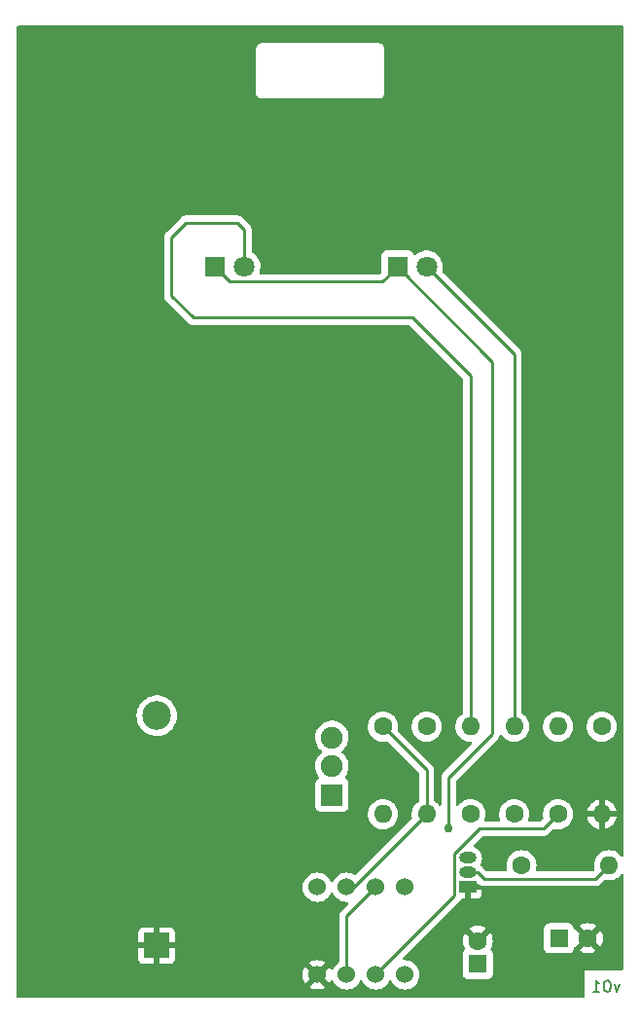
<source format=gbl>
%TF.GenerationSoftware,KiCad,Pcbnew,(6.0.2-0)*%
%TF.CreationDate,2022-03-13T17:03:43-04:00*%
%TF.ProjectId,555_Badge,3535355f-4261-4646-9765-2e6b69636164,V01*%
%TF.SameCoordinates,Original*%
%TF.FileFunction,Copper,L2,Bot*%
%TF.FilePolarity,Positive*%
%FSLAX46Y46*%
G04 Gerber Fmt 4.6, Leading zero omitted, Abs format (unit mm)*
G04 Created by KiCad (PCBNEW (6.0.2-0)) date 2022-03-13 17:03:43*
%MOMM*%
%LPD*%
G01*
G04 APERTURE LIST*
%ADD10C,0.150000*%
%TA.AperFunction,NonConductor*%
%ADD11C,0.150000*%
%TD*%
%TA.AperFunction,ComponentPad*%
%ADD12C,2.500000*%
%TD*%
%TA.AperFunction,ComponentPad*%
%ADD13R,2.170000X2.170000*%
%TD*%
%TA.AperFunction,ComponentPad*%
%ADD14C,1.524000*%
%TD*%
%TA.AperFunction,ComponentPad*%
%ADD15C,1.900000*%
%TD*%
%TA.AperFunction,ComponentPad*%
%ADD16R,1.900000X1.900000*%
%TD*%
%TA.AperFunction,ComponentPad*%
%ADD17C,1.600000*%
%TD*%
%TA.AperFunction,ComponentPad*%
%ADD18O,1.600000X1.600000*%
%TD*%
%TA.AperFunction,ComponentPad*%
%ADD19R,1.500000X1.000000*%
%TD*%
%TA.AperFunction,ComponentPad*%
%ADD20O,1.500000X1.000000*%
%TD*%
%TA.AperFunction,ComponentPad*%
%ADD21R,1.800000X1.800000*%
%TD*%
%TA.AperFunction,ComponentPad*%
%ADD22C,1.800000*%
%TD*%
%TA.AperFunction,ComponentPad*%
%ADD23R,1.600000X1.600000*%
%TD*%
%TA.AperFunction,ViaPad*%
%ADD24C,0.762000*%
%TD*%
%TA.AperFunction,Conductor*%
%ADD25C,0.254000*%
%TD*%
G04 APERTURE END LIST*
D10*
D11*
X180006476Y-125261714D02*
X179768380Y-125928380D01*
X179530285Y-125261714D01*
X178958857Y-124928380D02*
X178863619Y-124928380D01*
X178768380Y-124976000D01*
X178720761Y-125023619D01*
X178673142Y-125118857D01*
X178625523Y-125309333D01*
X178625523Y-125547428D01*
X178673142Y-125737904D01*
X178720761Y-125833142D01*
X178768380Y-125880761D01*
X178863619Y-125928380D01*
X178958857Y-125928380D01*
X179054095Y-125880761D01*
X179101714Y-125833142D01*
X179149333Y-125737904D01*
X179196952Y-125547428D01*
X179196952Y-125309333D01*
X179149333Y-125118857D01*
X179101714Y-125023619D01*
X179054095Y-124976000D01*
X178958857Y-124928380D01*
X177673142Y-125928380D02*
X178244571Y-125928380D01*
X177958857Y-125928380D02*
X177958857Y-124928380D01*
X178054095Y-125071238D01*
X178149333Y-125166476D01*
X178244571Y-125214095D01*
D12*
%TO.P,BAT1,Pos*%
%TO.N,Net-(BAT1-PadPos)*%
X139700000Y-101920000D03*
D13*
%TO.P,BAT1,Neg*%
%TO.N,GND*%
X139700000Y-121920000D03*
%TD*%
D14*
%TO.P,U1,1,GND*%
%TO.N,GND*%
X153670000Y-124460000D03*
%TO.P,U1,2,~{TRIG}*%
%TO.N,Net-(C1-Pad1)*%
X156210000Y-124460000D03*
%TO.P,U1,3,OUT*%
%TO.N,Net-(R3-Pad1)*%
X158750000Y-124460000D03*
%TO.P,U1,4,~{RST}*%
%TO.N,VCC*%
X161290000Y-124460000D03*
%TO.P,U1,5,CV*%
%TO.N,unconnected-(U1-Pad5)*%
X161290000Y-116840000D03*
%TO.P,U1,6,THRESH*%
%TO.N,Net-(C1-Pad1)*%
X158750000Y-116840000D03*
%TO.P,U1,7,DIS*%
%TO.N,Net-(R1-Pad2)*%
X156210000Y-116840000D03*
%TO.P,U1,8,VDD*%
%TO.N,VCC*%
X153670000Y-116840000D03*
%TD*%
D15*
%TO.P,S1,3*%
%TO.N,Net-(BAT1-PadPos)*%
X154940000Y-103813600D03*
%TO.P,S1,2*%
%TO.N,VCC*%
X154940000Y-106313600D03*
D16*
%TO.P,S1,1*%
%TO.N,unconnected-(S1-Pad1)*%
X154940000Y-108813600D03*
%TD*%
D17*
%TO.P,R7,1*%
%TO.N,VCC*%
X170815000Y-110490000D03*
D18*
%TO.P,R7,2*%
%TO.N,Net-(D2-Pad2)*%
X170815000Y-102870000D03*
%TD*%
D17*
%TO.P,R6,1*%
%TO.N,VCC*%
X167005000Y-110490000D03*
D18*
%TO.P,R6,2*%
%TO.N,Net-(D1-Pad2)*%
X167005000Y-102870000D03*
%TD*%
D17*
%TO.P,R5,1*%
%TO.N,Net-(C2-Pad1)*%
X171450000Y-114935000D03*
D18*
%TO.P,R5,2*%
%TO.N,Net-(Q1-Pad2)*%
X179070000Y-114935000D03*
%TD*%
%TO.P,R4,2*%
%TO.N,GND*%
X178435000Y-110490000D03*
D17*
%TO.P,R4,1*%
%TO.N,Net-(C2-Pad1)*%
X178435000Y-102870000D03*
%TD*%
D18*
%TO.P,R3,2*%
%TO.N,Net-(C2-Pad1)*%
X174625000Y-102870000D03*
D17*
%TO.P,R3,1*%
%TO.N,Net-(R3-Pad1)*%
X174625000Y-110490000D03*
%TD*%
D18*
%TO.P,R2,2*%
%TO.N,Net-(C1-Pad1)*%
X159385000Y-110490000D03*
D17*
%TO.P,R2,1*%
%TO.N,Net-(R1-Pad2)*%
X159385000Y-102870000D03*
%TD*%
%TO.P,R1,1*%
%TO.N,VCC*%
X163195000Y-102870000D03*
D18*
%TO.P,R1,2*%
%TO.N,Net-(R1-Pad2)*%
X163195000Y-110490000D03*
%TD*%
D19*
%TO.P,Q1,1,E*%
%TO.N,GND*%
X166745000Y-116840000D03*
D20*
%TO.P,Q1,3,C*%
%TO.N,Net-(D1-Pad1)*%
X166745000Y-114300000D03*
%TO.P,Q1,2,B*%
%TO.N,Net-(Q1-Pad2)*%
X166745000Y-115570000D03*
%TD*%
D21*
%TO.P,D2,1,K*%
%TO.N,Net-(D1-Pad1)*%
X160650000Y-62865000D03*
D22*
%TO.P,D2,2,A*%
%TO.N,Net-(D2-Pad2)*%
X163190000Y-62865000D03*
%TD*%
D21*
%TO.P,D1,1,K*%
%TO.N,Net-(D1-Pad1)*%
X144780000Y-62865000D03*
D22*
%TO.P,D1,2,A*%
%TO.N,Net-(D1-Pad2)*%
X147320000Y-62865000D03*
%TD*%
D17*
%TO.P,C2,2*%
%TO.N,GND*%
X177212621Y-121285000D03*
D23*
%TO.P,C2,1*%
%TO.N,Net-(C2-Pad1)*%
X174712621Y-121285000D03*
%TD*%
%TO.P,C1,1*%
%TO.N,Net-(C1-Pad1)*%
X167640000Y-123510113D03*
D17*
%TO.P,C1,2*%
%TO.N,GND*%
X167640000Y-121510113D03*
%TD*%
D24*
%TO.N,Net-(D1-Pad1)*%
X165100000Y-111760000D03*
%TD*%
D25*
%TO.N,Net-(D1-Pad2)*%
X146685000Y-59055000D02*
X147320000Y-59690000D01*
X142240000Y-59055000D02*
X146685000Y-59055000D01*
X143499489Y-67299489D02*
X142864489Y-67299489D01*
X140970000Y-65405000D02*
X140970000Y-60325000D01*
X142864489Y-67299489D02*
X140970000Y-65405000D01*
X143510000Y-67310000D02*
X143499489Y-67299489D01*
X140970000Y-60325000D02*
X142240000Y-59055000D01*
X147320000Y-59690000D02*
X147320000Y-62865000D01*
X161925000Y-67310000D02*
X143510000Y-67310000D01*
X167005000Y-102870000D02*
X167005000Y-72390000D01*
X167005000Y-72390000D02*
X161925000Y-67310000D01*
%TO.N,Net-(D2-Pad2)*%
X170815000Y-102870000D02*
X170815000Y-70490000D01*
X170815000Y-70490000D02*
X163190000Y-62865000D01*
%TO.N,Net-(D1-Pad1)*%
X165100000Y-111760000D02*
X165100000Y-107315000D01*
X168910000Y-103505000D02*
X168910000Y-71125000D01*
X165100000Y-107315000D02*
X168910000Y-103505000D01*
X168910000Y-71125000D02*
X160650000Y-62865000D01*
X160650000Y-62865000D02*
X159369489Y-64145511D01*
X159369489Y-64145511D02*
X146060511Y-64145511D01*
X146060511Y-64145511D02*
X144780000Y-62865000D01*
%TO.N,Net-(R3-Pad1)*%
X158750000Y-124460000D02*
X165614489Y-117595511D01*
X165614489Y-117595511D02*
X165614489Y-113935268D01*
X165614489Y-113935268D02*
X167789757Y-111760000D01*
X167789757Y-111760000D02*
X173355000Y-111760000D01*
X173355000Y-111760000D02*
X174625000Y-110490000D01*
%TO.N,Net-(R1-Pad2)*%
X163195000Y-110490000D02*
X156845000Y-116840000D01*
X156845000Y-116840000D02*
X156210000Y-116840000D01*
X163195000Y-110490000D02*
X163195000Y-106680000D01*
X163195000Y-106680000D02*
X159385000Y-102870000D01*
%TO.N,Net-(Q1-Pad2)*%
X179070000Y-114935000D02*
X177889489Y-116115511D01*
X167640000Y-115570000D02*
X166745000Y-115570000D01*
X177889489Y-116115511D02*
X168185511Y-116115511D01*
X168185511Y-116115511D02*
X167640000Y-115570000D01*
%TO.N,Net-(C1-Pad1)*%
X156210000Y-124460000D02*
X156210000Y-119380000D01*
X156210000Y-119380000D02*
X158750000Y-116840000D01*
%TD*%
%TA.AperFunction,Conductor*%
%TO.N,GND*%
G36*
X180282121Y-41930002D02*
G01*
X180328614Y-41983658D01*
X180340000Y-42036000D01*
X180340000Y-114067827D01*
X180319998Y-114135948D01*
X180266342Y-114182441D01*
X180196068Y-114192545D01*
X180131488Y-114163051D01*
X180110787Y-114140098D01*
X180079357Y-114095211D01*
X180079355Y-114095208D01*
X180076198Y-114090700D01*
X179914300Y-113928802D01*
X179909792Y-113925645D01*
X179909789Y-113925643D01*
X179808880Y-113854986D01*
X179726749Y-113797477D01*
X179721767Y-113795154D01*
X179721762Y-113795151D01*
X179524225Y-113703039D01*
X179524224Y-113703039D01*
X179519243Y-113700716D01*
X179513935Y-113699294D01*
X179513933Y-113699293D01*
X179303402Y-113642881D01*
X179303400Y-113642881D01*
X179298087Y-113641457D01*
X179070000Y-113621502D01*
X178841913Y-113641457D01*
X178836600Y-113642881D01*
X178836598Y-113642881D01*
X178626067Y-113699293D01*
X178626065Y-113699294D01*
X178620757Y-113700716D01*
X178615776Y-113703039D01*
X178615775Y-113703039D01*
X178418238Y-113795151D01*
X178418233Y-113795154D01*
X178413251Y-113797477D01*
X178331120Y-113854986D01*
X178230211Y-113925643D01*
X178230208Y-113925645D01*
X178225700Y-113928802D01*
X178063802Y-114090700D01*
X178060645Y-114095208D01*
X178060643Y-114095211D01*
X178045911Y-114116251D01*
X177932477Y-114278251D01*
X177930154Y-114283233D01*
X177930151Y-114283238D01*
X177921899Y-114300935D01*
X177835716Y-114485757D01*
X177834294Y-114491065D01*
X177834293Y-114491067D01*
X177780265Y-114692701D01*
X177776457Y-114706913D01*
X177756502Y-114935000D01*
X177776457Y-115163087D01*
X177777880Y-115168398D01*
X177777882Y-115168409D01*
X177792861Y-115224310D01*
X177791172Y-115295287D01*
X177760250Y-115346017D01*
X177663161Y-115443106D01*
X177600849Y-115477132D01*
X177574066Y-115480011D01*
X172822830Y-115480011D01*
X172754709Y-115460009D01*
X172708216Y-115406353D01*
X172698112Y-115336079D01*
X172701123Y-115321400D01*
X172742119Y-115168402D01*
X172742119Y-115168400D01*
X172743543Y-115163087D01*
X172763498Y-114935000D01*
X172743543Y-114706913D01*
X172739735Y-114692701D01*
X172685707Y-114491067D01*
X172685706Y-114491065D01*
X172684284Y-114485757D01*
X172598101Y-114300935D01*
X172589849Y-114283238D01*
X172589846Y-114283233D01*
X172587523Y-114278251D01*
X172474089Y-114116251D01*
X172459357Y-114095211D01*
X172459355Y-114095208D01*
X172456198Y-114090700D01*
X172294300Y-113928802D01*
X172289792Y-113925645D01*
X172289789Y-113925643D01*
X172188880Y-113854986D01*
X172106749Y-113797477D01*
X172101767Y-113795154D01*
X172101762Y-113795151D01*
X171904225Y-113703039D01*
X171904224Y-113703039D01*
X171899243Y-113700716D01*
X171893935Y-113699294D01*
X171893933Y-113699293D01*
X171683402Y-113642881D01*
X171683400Y-113642881D01*
X171678087Y-113641457D01*
X171450000Y-113621502D01*
X171221913Y-113641457D01*
X171216600Y-113642881D01*
X171216598Y-113642881D01*
X171006067Y-113699293D01*
X171006065Y-113699294D01*
X171000757Y-113700716D01*
X170995776Y-113703039D01*
X170995775Y-113703039D01*
X170798238Y-113795151D01*
X170798233Y-113795154D01*
X170793251Y-113797477D01*
X170711120Y-113854986D01*
X170610211Y-113925643D01*
X170610208Y-113925645D01*
X170605700Y-113928802D01*
X170443802Y-114090700D01*
X170440645Y-114095208D01*
X170440643Y-114095211D01*
X170425911Y-114116251D01*
X170312477Y-114278251D01*
X170310154Y-114283233D01*
X170310151Y-114283238D01*
X170301899Y-114300935D01*
X170215716Y-114485757D01*
X170214294Y-114491065D01*
X170214293Y-114491067D01*
X170160265Y-114692701D01*
X170156457Y-114706913D01*
X170136502Y-114935000D01*
X170156457Y-115163087D01*
X170157881Y-115168400D01*
X170157881Y-115168402D01*
X170198877Y-115321400D01*
X170197187Y-115392376D01*
X170157393Y-115451172D01*
X170092129Y-115479120D01*
X170077170Y-115480011D01*
X168500933Y-115480011D01*
X168432812Y-115460009D01*
X168411838Y-115443106D01*
X168145250Y-115176518D01*
X168137678Y-115168197D01*
X168133553Y-115161697D01*
X168083733Y-115114913D01*
X168080892Y-115112159D01*
X168061094Y-115092361D01*
X168057969Y-115089937D01*
X168057960Y-115089929D01*
X168057874Y-115089863D01*
X168048849Y-115082155D01*
X168022285Y-115057210D01*
X168016506Y-115051783D01*
X167998669Y-115041977D01*
X167982153Y-115031127D01*
X167966067Y-115018650D01*
X167925334Y-115001024D01*
X167914682Y-114995805D01*
X167912059Y-114994363D01*
X167909173Y-114992776D01*
X167859120Y-114942425D01*
X167844233Y-114873007D01*
X167859049Y-114822438D01*
X167929198Y-114692701D01*
X167987682Y-114503768D01*
X168008355Y-114307075D01*
X167997932Y-114192545D01*
X167990989Y-114116251D01*
X167990988Y-114116248D01*
X167990430Y-114110112D01*
X167986045Y-114095211D01*
X167936330Y-113926294D01*
X167934590Y-113920381D01*
X167911040Y-113875333D01*
X167869121Y-113795151D01*
X167842960Y-113745110D01*
X167719032Y-113590975D01*
X167567526Y-113463846D01*
X167562128Y-113460879D01*
X167562123Y-113460875D01*
X167399608Y-113371533D01*
X167399609Y-113371533D01*
X167394213Y-113368567D01*
X167388346Y-113366706D01*
X167388344Y-113366705D01*
X167353144Y-113355539D01*
X167294260Y-113315875D01*
X167266168Y-113250673D01*
X167277786Y-113180634D01*
X167302148Y-113146342D01*
X168016085Y-112432405D01*
X168078397Y-112398379D01*
X168105180Y-112395500D01*
X173275980Y-112395500D01*
X173287214Y-112396030D01*
X173294719Y-112397708D01*
X173363012Y-112395562D01*
X173366969Y-112395500D01*
X173394983Y-112395500D01*
X173398908Y-112395004D01*
X173398909Y-112395004D01*
X173399004Y-112394992D01*
X173410849Y-112394059D01*
X173440670Y-112393122D01*
X173447282Y-112392914D01*
X173447283Y-112392914D01*
X173455205Y-112392665D01*
X173474749Y-112386987D01*
X173494112Y-112382977D01*
X173506440Y-112381420D01*
X173506442Y-112381420D01*
X173514299Y-112380427D01*
X173521663Y-112377511D01*
X173521668Y-112377510D01*
X173555556Y-112364093D01*
X173566785Y-112360248D01*
X173583465Y-112355402D01*
X173609393Y-112347869D01*
X173616220Y-112343831D01*
X173616223Y-112343830D01*
X173626906Y-112337512D01*
X173644664Y-112328812D01*
X173656215Y-112324239D01*
X173656221Y-112324235D01*
X173663588Y-112321319D01*
X173699491Y-112295234D01*
X173709410Y-112288719D01*
X173740768Y-112270174D01*
X173740772Y-112270171D01*
X173747598Y-112266134D01*
X173761982Y-112251750D01*
X173777016Y-112238909D01*
X173787073Y-112231602D01*
X173793487Y-112226942D01*
X173821778Y-112192744D01*
X173829767Y-112183965D01*
X174213982Y-111799750D01*
X174276294Y-111765724D01*
X174335688Y-111767138D01*
X174391598Y-111782119D01*
X174391600Y-111782119D01*
X174396913Y-111783543D01*
X174625000Y-111803498D01*
X174853087Y-111783543D01*
X174858400Y-111782119D01*
X174858402Y-111782119D01*
X175068933Y-111725707D01*
X175068935Y-111725706D01*
X175074243Y-111724284D01*
X175080235Y-111721490D01*
X175276762Y-111629849D01*
X175276767Y-111629846D01*
X175281749Y-111627523D01*
X175386611Y-111554098D01*
X175464789Y-111499357D01*
X175464792Y-111499355D01*
X175469300Y-111496198D01*
X175631198Y-111334300D01*
X175762523Y-111146749D01*
X175764846Y-111141767D01*
X175764849Y-111141762D01*
X175856961Y-110944225D01*
X175856961Y-110944224D01*
X175859284Y-110939243D01*
X175869527Y-110901018D01*
X175908245Y-110756522D01*
X177152273Y-110756522D01*
X177199764Y-110933761D01*
X177203510Y-110944053D01*
X177295586Y-111141511D01*
X177301069Y-111151007D01*
X177426028Y-111329467D01*
X177433084Y-111337875D01*
X177587125Y-111491916D01*
X177595533Y-111498972D01*
X177773993Y-111623931D01*
X177783489Y-111629414D01*
X177980947Y-111721490D01*
X177991239Y-111725236D01*
X178163503Y-111771394D01*
X178177599Y-111771058D01*
X178181000Y-111763116D01*
X178181000Y-111757967D01*
X178689000Y-111757967D01*
X178692973Y-111771498D01*
X178701522Y-111772727D01*
X178878761Y-111725236D01*
X178889053Y-111721490D01*
X179086511Y-111629414D01*
X179096007Y-111623931D01*
X179274467Y-111498972D01*
X179282875Y-111491916D01*
X179436916Y-111337875D01*
X179443972Y-111329467D01*
X179568931Y-111151007D01*
X179574414Y-111141511D01*
X179666490Y-110944053D01*
X179670236Y-110933761D01*
X179716394Y-110761497D01*
X179716058Y-110747401D01*
X179708116Y-110744000D01*
X178707115Y-110744000D01*
X178691876Y-110748475D01*
X178690671Y-110749865D01*
X178689000Y-110757548D01*
X178689000Y-111757967D01*
X178181000Y-111757967D01*
X178181000Y-110762115D01*
X178176525Y-110746876D01*
X178175135Y-110745671D01*
X178167452Y-110744000D01*
X177167033Y-110744000D01*
X177153502Y-110747973D01*
X177152273Y-110756522D01*
X175908245Y-110756522D01*
X175917119Y-110723402D01*
X175917119Y-110723400D01*
X175918543Y-110718087D01*
X175938498Y-110490000D01*
X175918543Y-110261913D01*
X175908244Y-110223478D01*
X175906911Y-110218503D01*
X177153606Y-110218503D01*
X177153942Y-110232599D01*
X177161884Y-110236000D01*
X178162885Y-110236000D01*
X178178124Y-110231525D01*
X178179329Y-110230135D01*
X178181000Y-110222452D01*
X178181000Y-110217885D01*
X178689000Y-110217885D01*
X178693475Y-110233124D01*
X178694865Y-110234329D01*
X178702548Y-110236000D01*
X179702967Y-110236000D01*
X179716498Y-110232027D01*
X179717727Y-110223478D01*
X179670236Y-110046239D01*
X179666490Y-110035947D01*
X179574414Y-109838489D01*
X179568931Y-109828993D01*
X179443972Y-109650533D01*
X179436916Y-109642125D01*
X179282875Y-109488084D01*
X179274467Y-109481028D01*
X179096007Y-109356069D01*
X179086511Y-109350586D01*
X178889053Y-109258510D01*
X178878761Y-109254764D01*
X178706497Y-109208606D01*
X178692401Y-109208942D01*
X178689000Y-109216884D01*
X178689000Y-110217885D01*
X178181000Y-110217885D01*
X178181000Y-109222033D01*
X178177027Y-109208502D01*
X178168478Y-109207273D01*
X177991239Y-109254764D01*
X177980947Y-109258510D01*
X177783489Y-109350586D01*
X177773993Y-109356069D01*
X177595533Y-109481028D01*
X177587125Y-109488084D01*
X177433084Y-109642125D01*
X177426028Y-109650533D01*
X177301069Y-109828993D01*
X177295586Y-109838489D01*
X177203510Y-110035947D01*
X177199764Y-110046239D01*
X177153606Y-110218503D01*
X175906911Y-110218503D01*
X175860707Y-110046067D01*
X175860706Y-110046065D01*
X175859284Y-110040757D01*
X175845084Y-110010305D01*
X175764849Y-109838238D01*
X175764846Y-109838233D01*
X175762523Y-109833251D01*
X175631198Y-109645700D01*
X175469300Y-109483802D01*
X175464792Y-109480645D01*
X175464789Y-109480643D01*
X175314229Y-109375220D01*
X175281749Y-109352477D01*
X175276767Y-109350154D01*
X175276762Y-109350151D01*
X175079225Y-109258039D01*
X175079224Y-109258039D01*
X175074243Y-109255716D01*
X175068935Y-109254294D01*
X175068933Y-109254293D01*
X174858402Y-109197881D01*
X174858400Y-109197881D01*
X174853087Y-109196457D01*
X174625000Y-109176502D01*
X174396913Y-109196457D01*
X174391600Y-109197881D01*
X174391598Y-109197881D01*
X174181067Y-109254293D01*
X174181065Y-109254294D01*
X174175757Y-109255716D01*
X174170776Y-109258039D01*
X174170775Y-109258039D01*
X173973238Y-109350151D01*
X173973233Y-109350154D01*
X173968251Y-109352477D01*
X173935771Y-109375220D01*
X173785211Y-109480643D01*
X173785208Y-109480645D01*
X173780700Y-109483802D01*
X173618802Y-109645700D01*
X173487477Y-109833251D01*
X173485154Y-109838233D01*
X173485151Y-109838238D01*
X173404916Y-110010305D01*
X173390716Y-110040757D01*
X173389294Y-110046065D01*
X173389293Y-110046067D01*
X173341756Y-110223478D01*
X173331457Y-110261913D01*
X173311502Y-110490000D01*
X173331457Y-110718087D01*
X173332880Y-110723398D01*
X173332882Y-110723409D01*
X173347861Y-110779310D01*
X173346172Y-110850287D01*
X173315250Y-110901017D01*
X173128672Y-111087595D01*
X173066360Y-111121621D01*
X173039577Y-111124500D01*
X172160678Y-111124500D01*
X172092557Y-111104498D01*
X172046064Y-111050842D01*
X172035960Y-110980568D01*
X172045230Y-110949453D01*
X172045078Y-110949398D01*
X172046008Y-110946842D01*
X172046482Y-110945252D01*
X172046961Y-110944226D01*
X172046963Y-110944220D01*
X172049284Y-110939243D01*
X172059527Y-110901018D01*
X172107119Y-110723402D01*
X172107119Y-110723400D01*
X172108543Y-110718087D01*
X172128498Y-110490000D01*
X172108543Y-110261913D01*
X172098244Y-110223478D01*
X172050707Y-110046067D01*
X172050706Y-110046065D01*
X172049284Y-110040757D01*
X172035084Y-110010305D01*
X171954849Y-109838238D01*
X171954846Y-109838233D01*
X171952523Y-109833251D01*
X171821198Y-109645700D01*
X171659300Y-109483802D01*
X171654792Y-109480645D01*
X171654789Y-109480643D01*
X171504229Y-109375220D01*
X171471749Y-109352477D01*
X171466767Y-109350154D01*
X171466762Y-109350151D01*
X171269225Y-109258039D01*
X171269224Y-109258039D01*
X171264243Y-109255716D01*
X171258935Y-109254294D01*
X171258933Y-109254293D01*
X171048402Y-109197881D01*
X171048400Y-109197881D01*
X171043087Y-109196457D01*
X170815000Y-109176502D01*
X170586913Y-109196457D01*
X170581600Y-109197881D01*
X170581598Y-109197881D01*
X170371067Y-109254293D01*
X170371065Y-109254294D01*
X170365757Y-109255716D01*
X170360776Y-109258039D01*
X170360775Y-109258039D01*
X170163238Y-109350151D01*
X170163233Y-109350154D01*
X170158251Y-109352477D01*
X170125771Y-109375220D01*
X169975211Y-109480643D01*
X169975208Y-109480645D01*
X169970700Y-109483802D01*
X169808802Y-109645700D01*
X169677477Y-109833251D01*
X169675154Y-109838233D01*
X169675151Y-109838238D01*
X169594916Y-110010305D01*
X169580716Y-110040757D01*
X169579294Y-110046065D01*
X169579293Y-110046067D01*
X169531756Y-110223478D01*
X169521457Y-110261913D01*
X169501502Y-110490000D01*
X169521457Y-110718087D01*
X169522881Y-110723400D01*
X169522881Y-110723402D01*
X169570474Y-110901018D01*
X169580716Y-110939243D01*
X169583037Y-110944220D01*
X169583039Y-110944226D01*
X169583518Y-110945252D01*
X169583593Y-110945747D01*
X169584922Y-110949398D01*
X169584188Y-110949665D01*
X169594178Y-111015444D01*
X169565197Y-111080256D01*
X169505776Y-111119111D01*
X169469322Y-111124500D01*
X168350678Y-111124500D01*
X168282557Y-111104498D01*
X168236064Y-111050842D01*
X168225960Y-110980568D01*
X168235230Y-110949453D01*
X168235078Y-110949398D01*
X168236008Y-110946842D01*
X168236482Y-110945252D01*
X168236961Y-110944226D01*
X168236963Y-110944220D01*
X168239284Y-110939243D01*
X168249527Y-110901018D01*
X168297119Y-110723402D01*
X168297119Y-110723400D01*
X168298543Y-110718087D01*
X168318498Y-110490000D01*
X168298543Y-110261913D01*
X168288244Y-110223478D01*
X168240707Y-110046067D01*
X168240706Y-110046065D01*
X168239284Y-110040757D01*
X168225084Y-110010305D01*
X168144849Y-109838238D01*
X168144846Y-109838233D01*
X168142523Y-109833251D01*
X168011198Y-109645700D01*
X167849300Y-109483802D01*
X167844792Y-109480645D01*
X167844789Y-109480643D01*
X167694229Y-109375220D01*
X167661749Y-109352477D01*
X167656767Y-109350154D01*
X167656762Y-109350151D01*
X167459225Y-109258039D01*
X167459224Y-109258039D01*
X167454243Y-109255716D01*
X167448935Y-109254294D01*
X167448933Y-109254293D01*
X167238402Y-109197881D01*
X167238400Y-109197881D01*
X167233087Y-109196457D01*
X167005000Y-109176502D01*
X166776913Y-109196457D01*
X166771600Y-109197881D01*
X166771598Y-109197881D01*
X166561067Y-109254293D01*
X166561065Y-109254294D01*
X166555757Y-109255716D01*
X166550776Y-109258039D01*
X166550775Y-109258039D01*
X166353238Y-109350151D01*
X166353233Y-109350154D01*
X166348251Y-109352477D01*
X166315771Y-109375220D01*
X166165211Y-109480643D01*
X166165208Y-109480645D01*
X166160700Y-109483802D01*
X165998802Y-109645700D01*
X165995645Y-109650208D01*
X165995643Y-109650211D01*
X165964713Y-109694384D01*
X165909256Y-109738712D01*
X165838636Y-109746021D01*
X165775276Y-109713990D01*
X165739291Y-109652789D01*
X165735500Y-109622113D01*
X165735500Y-107630422D01*
X165755502Y-107562301D01*
X165772405Y-107541327D01*
X169303483Y-104010250D01*
X169311809Y-104002674D01*
X169318303Y-103998553D01*
X169365086Y-103948734D01*
X169367840Y-103945893D01*
X169387639Y-103926094D01*
X169390063Y-103922969D01*
X169390071Y-103922960D01*
X169390137Y-103922874D01*
X169397845Y-103913849D01*
X169422790Y-103887285D01*
X169428217Y-103881506D01*
X169438023Y-103863669D01*
X169448873Y-103847153D01*
X169461350Y-103831067D01*
X169478976Y-103790334D01*
X169484193Y-103779686D01*
X169501749Y-103747751D01*
X169505569Y-103740803D01*
X169507540Y-103733128D01*
X169507542Y-103733122D01*
X169510631Y-103721089D01*
X169517034Y-103702387D01*
X169525117Y-103683708D01*
X169526357Y-103675882D01*
X169527925Y-103670484D01*
X169566140Y-103610649D01*
X169630637Y-103580974D01*
X169700939Y-103590879D01*
X169752134Y-103633370D01*
X169805639Y-103709784D01*
X169805643Y-103709789D01*
X169808802Y-103714300D01*
X169970700Y-103876198D01*
X169975208Y-103879355D01*
X169975211Y-103879357D01*
X169988140Y-103888410D01*
X170158251Y-104007523D01*
X170163233Y-104009846D01*
X170163238Y-104009849D01*
X170360775Y-104101961D01*
X170365757Y-104104284D01*
X170371065Y-104105706D01*
X170371067Y-104105707D01*
X170581598Y-104162119D01*
X170581600Y-104162119D01*
X170586913Y-104163543D01*
X170815000Y-104183498D01*
X171043087Y-104163543D01*
X171048400Y-104162119D01*
X171048402Y-104162119D01*
X171258933Y-104105707D01*
X171258935Y-104105706D01*
X171264243Y-104104284D01*
X171269225Y-104101961D01*
X171466762Y-104009849D01*
X171466767Y-104009846D01*
X171471749Y-104007523D01*
X171641860Y-103888410D01*
X171654789Y-103879357D01*
X171654792Y-103879355D01*
X171659300Y-103876198D01*
X171821198Y-103714300D01*
X171824361Y-103709784D01*
X171893775Y-103610649D01*
X171952523Y-103526749D01*
X171954846Y-103521767D01*
X171954849Y-103521762D01*
X172046961Y-103324225D01*
X172046961Y-103324224D01*
X172049284Y-103319243D01*
X172086384Y-103180787D01*
X172107119Y-103103402D01*
X172107119Y-103103400D01*
X172108543Y-103098087D01*
X172128498Y-102870000D01*
X173311502Y-102870000D01*
X173331457Y-103098087D01*
X173332881Y-103103400D01*
X173332881Y-103103402D01*
X173353617Y-103180787D01*
X173390716Y-103319243D01*
X173393039Y-103324224D01*
X173393039Y-103324225D01*
X173485151Y-103521762D01*
X173485154Y-103521767D01*
X173487477Y-103526749D01*
X173546225Y-103610649D01*
X173615640Y-103709784D01*
X173618802Y-103714300D01*
X173780700Y-103876198D01*
X173785208Y-103879355D01*
X173785211Y-103879357D01*
X173798140Y-103888410D01*
X173968251Y-104007523D01*
X173973233Y-104009846D01*
X173973238Y-104009849D01*
X174170775Y-104101961D01*
X174175757Y-104104284D01*
X174181065Y-104105706D01*
X174181067Y-104105707D01*
X174391598Y-104162119D01*
X174391600Y-104162119D01*
X174396913Y-104163543D01*
X174625000Y-104183498D01*
X174853087Y-104163543D01*
X174858400Y-104162119D01*
X174858402Y-104162119D01*
X175068933Y-104105707D01*
X175068935Y-104105706D01*
X175074243Y-104104284D01*
X175079225Y-104101961D01*
X175276762Y-104009849D01*
X175276767Y-104009846D01*
X175281749Y-104007523D01*
X175451860Y-103888410D01*
X175464789Y-103879357D01*
X175464792Y-103879355D01*
X175469300Y-103876198D01*
X175631198Y-103714300D01*
X175634361Y-103709784D01*
X175703775Y-103610649D01*
X175762523Y-103526749D01*
X175764846Y-103521767D01*
X175764849Y-103521762D01*
X175856961Y-103324225D01*
X175856961Y-103324224D01*
X175859284Y-103319243D01*
X175896384Y-103180787D01*
X175917119Y-103103402D01*
X175917119Y-103103400D01*
X175918543Y-103098087D01*
X175938498Y-102870000D01*
X177121502Y-102870000D01*
X177141457Y-103098087D01*
X177142881Y-103103400D01*
X177142881Y-103103402D01*
X177163617Y-103180787D01*
X177200716Y-103319243D01*
X177203039Y-103324224D01*
X177203039Y-103324225D01*
X177295151Y-103521762D01*
X177295154Y-103521767D01*
X177297477Y-103526749D01*
X177356225Y-103610649D01*
X177425640Y-103709784D01*
X177428802Y-103714300D01*
X177590700Y-103876198D01*
X177595208Y-103879355D01*
X177595211Y-103879357D01*
X177608140Y-103888410D01*
X177778251Y-104007523D01*
X177783233Y-104009846D01*
X177783238Y-104009849D01*
X177980775Y-104101961D01*
X177985757Y-104104284D01*
X177991065Y-104105706D01*
X177991067Y-104105707D01*
X178201598Y-104162119D01*
X178201600Y-104162119D01*
X178206913Y-104163543D01*
X178435000Y-104183498D01*
X178663087Y-104163543D01*
X178668400Y-104162119D01*
X178668402Y-104162119D01*
X178878933Y-104105707D01*
X178878935Y-104105706D01*
X178884243Y-104104284D01*
X178889225Y-104101961D01*
X179086762Y-104009849D01*
X179086767Y-104009846D01*
X179091749Y-104007523D01*
X179261860Y-103888410D01*
X179274789Y-103879357D01*
X179274792Y-103879355D01*
X179279300Y-103876198D01*
X179441198Y-103714300D01*
X179444361Y-103709784D01*
X179513775Y-103610649D01*
X179572523Y-103526749D01*
X179574846Y-103521767D01*
X179574849Y-103521762D01*
X179666961Y-103324225D01*
X179666961Y-103324224D01*
X179669284Y-103319243D01*
X179706384Y-103180787D01*
X179727119Y-103103402D01*
X179727119Y-103103400D01*
X179728543Y-103098087D01*
X179748498Y-102870000D01*
X179728543Y-102641913D01*
X179715201Y-102592121D01*
X179670707Y-102426067D01*
X179670706Y-102426065D01*
X179669284Y-102420757D01*
X179639788Y-102357502D01*
X179574849Y-102218238D01*
X179574846Y-102218233D01*
X179572523Y-102213251D01*
X179441198Y-102025700D01*
X179279300Y-101863802D01*
X179274792Y-101860645D01*
X179274789Y-101860643D01*
X179124229Y-101755220D01*
X179091749Y-101732477D01*
X179086767Y-101730154D01*
X179086762Y-101730151D01*
X178889225Y-101638039D01*
X178889224Y-101638039D01*
X178884243Y-101635716D01*
X178878935Y-101634294D01*
X178878933Y-101634293D01*
X178668402Y-101577881D01*
X178668400Y-101577881D01*
X178663087Y-101576457D01*
X178435000Y-101556502D01*
X178206913Y-101576457D01*
X178201600Y-101577881D01*
X178201598Y-101577881D01*
X177991067Y-101634293D01*
X177991065Y-101634294D01*
X177985757Y-101635716D01*
X177980776Y-101638039D01*
X177980775Y-101638039D01*
X177783238Y-101730151D01*
X177783233Y-101730154D01*
X177778251Y-101732477D01*
X177745771Y-101755220D01*
X177595211Y-101860643D01*
X177595208Y-101860645D01*
X177590700Y-101863802D01*
X177428802Y-102025700D01*
X177297477Y-102213251D01*
X177295154Y-102218233D01*
X177295151Y-102218238D01*
X177230212Y-102357502D01*
X177200716Y-102420757D01*
X177199294Y-102426065D01*
X177199293Y-102426067D01*
X177154799Y-102592121D01*
X177141457Y-102641913D01*
X177121502Y-102870000D01*
X175938498Y-102870000D01*
X175918543Y-102641913D01*
X175905201Y-102592121D01*
X175860707Y-102426067D01*
X175860706Y-102426065D01*
X175859284Y-102420757D01*
X175829788Y-102357502D01*
X175764849Y-102218238D01*
X175764846Y-102218233D01*
X175762523Y-102213251D01*
X175631198Y-102025700D01*
X175469300Y-101863802D01*
X175464792Y-101860645D01*
X175464789Y-101860643D01*
X175314229Y-101755220D01*
X175281749Y-101732477D01*
X175276767Y-101730154D01*
X175276762Y-101730151D01*
X175079225Y-101638039D01*
X175079224Y-101638039D01*
X175074243Y-101635716D01*
X175068935Y-101634294D01*
X175068933Y-101634293D01*
X174858402Y-101577881D01*
X174858400Y-101577881D01*
X174853087Y-101576457D01*
X174625000Y-101556502D01*
X174396913Y-101576457D01*
X174391600Y-101577881D01*
X174391598Y-101577881D01*
X174181067Y-101634293D01*
X174181065Y-101634294D01*
X174175757Y-101635716D01*
X174170776Y-101638039D01*
X174170775Y-101638039D01*
X173973238Y-101730151D01*
X173973233Y-101730154D01*
X173968251Y-101732477D01*
X173935771Y-101755220D01*
X173785211Y-101860643D01*
X173785208Y-101860645D01*
X173780700Y-101863802D01*
X173618802Y-102025700D01*
X173487477Y-102213251D01*
X173485154Y-102218233D01*
X173485151Y-102218238D01*
X173420212Y-102357502D01*
X173390716Y-102420757D01*
X173389294Y-102426065D01*
X173389293Y-102426067D01*
X173344799Y-102592121D01*
X173331457Y-102641913D01*
X173311502Y-102870000D01*
X172128498Y-102870000D01*
X172108543Y-102641913D01*
X172095201Y-102592121D01*
X172050707Y-102426067D01*
X172050706Y-102426065D01*
X172049284Y-102420757D01*
X172019788Y-102357502D01*
X171954849Y-102218238D01*
X171954846Y-102218233D01*
X171952523Y-102213251D01*
X171821198Y-102025700D01*
X171659300Y-101863802D01*
X171654792Y-101860645D01*
X171654789Y-101860643D01*
X171504229Y-101755220D01*
X171459901Y-101699763D01*
X171450500Y-101652007D01*
X171450500Y-70569020D01*
X171451029Y-70557791D01*
X171452708Y-70550281D01*
X171450562Y-70482001D01*
X171450500Y-70478044D01*
X171450500Y-70450017D01*
X171449989Y-70445971D01*
X171449057Y-70434136D01*
X171447913Y-70397720D01*
X171447664Y-70389795D01*
X171441987Y-70370253D01*
X171437978Y-70350894D01*
X171437819Y-70349633D01*
X171435427Y-70330701D01*
X171432511Y-70323337D01*
X171432510Y-70323332D01*
X171419088Y-70289435D01*
X171415249Y-70278224D01*
X171402868Y-70235607D01*
X171392511Y-70218093D01*
X171383815Y-70200343D01*
X171379239Y-70188785D01*
X171379236Y-70188780D01*
X171376319Y-70181412D01*
X171350233Y-70145507D01*
X171343716Y-70135585D01*
X171325172Y-70104228D01*
X171325170Y-70104225D01*
X171321134Y-70097401D01*
X171306747Y-70083014D01*
X171293906Y-70067980D01*
X171286602Y-70057927D01*
X171281942Y-70051513D01*
X171247750Y-70023227D01*
X171238971Y-70015238D01*
X164581958Y-63358225D01*
X164547932Y-63295913D01*
X164550495Y-63232503D01*
X164571408Y-63163671D01*
X164601640Y-62934041D01*
X164603327Y-62865000D01*
X164597032Y-62788434D01*
X164584773Y-62639318D01*
X164584772Y-62639312D01*
X164584349Y-62634167D01*
X164527925Y-62409533D01*
X164435570Y-62197131D01*
X164309764Y-62002665D01*
X164153887Y-61831358D01*
X164149836Y-61828159D01*
X164149832Y-61828155D01*
X163976177Y-61691011D01*
X163976172Y-61691008D01*
X163972123Y-61687810D01*
X163967607Y-61685317D01*
X163967604Y-61685315D01*
X163773879Y-61578373D01*
X163773875Y-61578371D01*
X163769355Y-61575876D01*
X163764486Y-61574152D01*
X163764482Y-61574150D01*
X163555903Y-61500288D01*
X163555899Y-61500287D01*
X163551028Y-61498562D01*
X163545935Y-61497655D01*
X163545932Y-61497654D01*
X163328095Y-61458851D01*
X163328089Y-61458850D01*
X163323006Y-61457945D01*
X163250096Y-61457054D01*
X163096581Y-61455179D01*
X163096579Y-61455179D01*
X163091411Y-61455116D01*
X162862464Y-61490150D01*
X162642314Y-61562106D01*
X162637726Y-61564494D01*
X162637722Y-61564496D01*
X162486677Y-61643125D01*
X162436872Y-61669052D01*
X162432739Y-61672155D01*
X162432736Y-61672157D01*
X162360088Y-61726703D01*
X162251655Y-61808117D01*
X162234170Y-61826414D01*
X162172646Y-61861844D01*
X162101733Y-61858387D01*
X162043947Y-61817141D01*
X162025094Y-61783592D01*
X162003768Y-61726705D01*
X162003767Y-61726703D01*
X162000615Y-61718295D01*
X161913261Y-61601739D01*
X161796705Y-61514385D01*
X161660316Y-61463255D01*
X161598134Y-61456500D01*
X159701866Y-61456500D01*
X159639684Y-61463255D01*
X159503295Y-61514385D01*
X159386739Y-61601739D01*
X159299385Y-61718295D01*
X159248255Y-61854684D01*
X159241500Y-61916866D01*
X159241500Y-63322577D01*
X159221498Y-63390698D01*
X159204595Y-63411672D01*
X159143161Y-63473106D01*
X159080849Y-63507132D01*
X159054066Y-63510011D01*
X148766151Y-63510011D01*
X148698030Y-63490009D01*
X148651537Y-63436353D01*
X148641433Y-63366079D01*
X148645592Y-63347383D01*
X148699905Y-63168617D01*
X148701408Y-63163671D01*
X148731640Y-62934041D01*
X148733327Y-62865000D01*
X148727032Y-62788434D01*
X148714773Y-62639318D01*
X148714772Y-62639312D01*
X148714349Y-62634167D01*
X148657925Y-62409533D01*
X148565570Y-62197131D01*
X148439764Y-62002665D01*
X148283887Y-61831358D01*
X148279836Y-61828159D01*
X148279832Y-61828155D01*
X148106178Y-61691012D01*
X148106175Y-61691010D01*
X148102123Y-61687810D01*
X148020607Y-61642811D01*
X147970636Y-61592378D01*
X147955500Y-61532502D01*
X147955500Y-59769032D01*
X147956030Y-59757793D01*
X147957709Y-59750281D01*
X147955562Y-59681969D01*
X147955500Y-59678012D01*
X147955500Y-59650017D01*
X147954992Y-59645994D01*
X147954059Y-59634152D01*
X147952914Y-59597720D01*
X147952665Y-59589795D01*
X147946987Y-59570251D01*
X147942977Y-59550888D01*
X147941420Y-59538560D01*
X147941420Y-59538558D01*
X147940427Y-59530701D01*
X147937511Y-59523337D01*
X147937510Y-59523332D01*
X147924093Y-59489444D01*
X147920248Y-59478215D01*
X147910080Y-59443219D01*
X147907869Y-59435607D01*
X147897510Y-59418091D01*
X147888813Y-59400341D01*
X147881319Y-59381412D01*
X147855238Y-59345514D01*
X147848722Y-59335594D01*
X147830173Y-59304229D01*
X147830171Y-59304226D01*
X147826135Y-59297402D01*
X147811747Y-59283014D01*
X147798906Y-59267980D01*
X147791602Y-59257927D01*
X147786942Y-59251513D01*
X147752750Y-59223227D01*
X147743971Y-59215238D01*
X147190250Y-58661517D01*
X147182674Y-58653191D01*
X147178553Y-58646697D01*
X147128734Y-58599914D01*
X147125893Y-58597160D01*
X147106094Y-58577361D01*
X147102969Y-58574937D01*
X147102960Y-58574929D01*
X147102874Y-58574863D01*
X147093849Y-58567155D01*
X147067285Y-58542210D01*
X147061506Y-58536783D01*
X147043669Y-58526977D01*
X147027153Y-58516127D01*
X147011067Y-58503650D01*
X146970334Y-58486024D01*
X146959686Y-58480807D01*
X146930787Y-58464920D01*
X146920803Y-58459431D01*
X146913128Y-58457460D01*
X146913122Y-58457458D01*
X146901089Y-58454369D01*
X146882387Y-58447966D01*
X146863708Y-58439883D01*
X146823913Y-58433580D01*
X146819873Y-58432940D01*
X146808260Y-58430535D01*
X146765282Y-58419500D01*
X146744935Y-58419500D01*
X146725224Y-58417949D01*
X146712950Y-58416005D01*
X146705121Y-58414765D01*
X146697229Y-58415511D01*
X146660944Y-58418941D01*
X146649086Y-58419500D01*
X142319020Y-58419500D01*
X142307786Y-58418970D01*
X142300281Y-58417292D01*
X142232571Y-58419420D01*
X142231988Y-58419438D01*
X142228031Y-58419500D01*
X142200017Y-58419500D01*
X142196092Y-58419996D01*
X142196091Y-58419996D01*
X142195996Y-58420008D01*
X142184151Y-58420941D01*
X142154330Y-58421878D01*
X142147718Y-58422086D01*
X142147717Y-58422086D01*
X142139795Y-58422335D01*
X142120252Y-58428013D01*
X142100888Y-58432023D01*
X142088560Y-58433580D01*
X142088558Y-58433580D01*
X142080701Y-58434573D01*
X142073337Y-58437489D01*
X142073332Y-58437490D01*
X142039444Y-58450907D01*
X142028215Y-58454752D01*
X142018902Y-58457458D01*
X141985607Y-58467131D01*
X141978781Y-58471168D01*
X141968091Y-58477490D01*
X141950341Y-58486187D01*
X141931412Y-58493681D01*
X141924996Y-58498342D01*
X141924995Y-58498343D01*
X141895519Y-58519759D01*
X141885595Y-58526278D01*
X141854224Y-58544830D01*
X141854219Y-58544834D01*
X141847401Y-58548866D01*
X141833014Y-58563253D01*
X141817980Y-58576094D01*
X141801513Y-58588058D01*
X141796460Y-58594166D01*
X141773228Y-58622249D01*
X141765238Y-58631029D01*
X140576517Y-59819750D01*
X140568191Y-59827326D01*
X140561697Y-59831447D01*
X140556274Y-59837222D01*
X140514915Y-59881265D01*
X140512160Y-59884107D01*
X140492361Y-59903906D01*
X140489937Y-59907031D01*
X140489929Y-59907040D01*
X140489863Y-59907126D01*
X140482155Y-59916151D01*
X140451783Y-59948494D01*
X140447965Y-59955438D01*
X140447964Y-59955440D01*
X140441978Y-59966329D01*
X140431127Y-59982847D01*
X140418650Y-59998933D01*
X140401024Y-60039666D01*
X140395807Y-60050314D01*
X140374431Y-60089197D01*
X140372460Y-60096872D01*
X140372458Y-60096878D01*
X140369369Y-60108911D01*
X140362966Y-60127613D01*
X140354883Y-60146292D01*
X140353644Y-60154117D01*
X140347940Y-60190127D01*
X140345535Y-60201740D01*
X140334500Y-60244718D01*
X140334500Y-60265065D01*
X140332949Y-60284776D01*
X140329765Y-60304879D01*
X140330511Y-60312771D01*
X140333941Y-60349056D01*
X140334500Y-60360914D01*
X140334500Y-65325980D01*
X140333970Y-65337214D01*
X140332292Y-65344719D01*
X140332541Y-65352638D01*
X140334438Y-65413012D01*
X140334500Y-65416969D01*
X140334500Y-65444983D01*
X140334996Y-65448908D01*
X140334996Y-65448909D01*
X140335008Y-65449004D01*
X140335941Y-65460849D01*
X140337335Y-65505205D01*
X140339547Y-65512817D01*
X140343013Y-65524748D01*
X140347023Y-65544112D01*
X140349573Y-65564299D01*
X140352489Y-65571663D01*
X140352490Y-65571668D01*
X140365907Y-65605556D01*
X140369752Y-65616785D01*
X140382131Y-65659393D01*
X140386169Y-65666220D01*
X140386170Y-65666223D01*
X140392488Y-65676906D01*
X140401188Y-65694664D01*
X140405761Y-65706215D01*
X140405765Y-65706221D01*
X140408681Y-65713588D01*
X140413339Y-65719999D01*
X140413340Y-65720001D01*
X140434764Y-65749488D01*
X140441281Y-65759410D01*
X140459826Y-65790768D01*
X140459829Y-65790772D01*
X140463866Y-65797598D01*
X140478250Y-65811982D01*
X140491091Y-65827016D01*
X140503058Y-65843487D01*
X140509166Y-65848540D01*
X140537255Y-65871777D01*
X140546035Y-65879767D01*
X142359239Y-67692972D01*
X142366815Y-67701298D01*
X142370936Y-67707792D01*
X142376711Y-67713215D01*
X142420754Y-67754574D01*
X142423596Y-67757329D01*
X142443395Y-67777128D01*
X142446520Y-67779552D01*
X142446529Y-67779560D01*
X142446615Y-67779626D01*
X142455640Y-67787334D01*
X142487983Y-67817706D01*
X142494927Y-67821524D01*
X142494929Y-67821525D01*
X142505818Y-67827511D01*
X142522336Y-67838362D01*
X142538422Y-67850839D01*
X142579155Y-67868465D01*
X142589803Y-67873682D01*
X142628686Y-67895058D01*
X142636361Y-67897029D01*
X142636367Y-67897031D01*
X142648400Y-67900120D01*
X142667102Y-67906523D01*
X142685781Y-67914606D01*
X142719617Y-67919965D01*
X142729616Y-67921549D01*
X142741229Y-67923954D01*
X142784207Y-67934989D01*
X142804554Y-67934989D01*
X142824266Y-67936540D01*
X142844368Y-67939724D01*
X142852260Y-67938978D01*
X142888545Y-67935548D01*
X142900403Y-67934989D01*
X143372861Y-67934989D01*
X143404196Y-67938948D01*
X143422033Y-67943528D01*
X143422042Y-67943529D01*
X143429718Y-67945500D01*
X143450065Y-67945500D01*
X143469777Y-67947051D01*
X143489879Y-67950235D01*
X143497771Y-67949489D01*
X143534056Y-67946059D01*
X143545914Y-67945500D01*
X161609578Y-67945500D01*
X161677699Y-67965502D01*
X161698673Y-67982405D01*
X166332595Y-72616328D01*
X166366621Y-72678640D01*
X166369500Y-72705423D01*
X166369500Y-101652007D01*
X166349498Y-101720128D01*
X166315771Y-101755220D01*
X166165211Y-101860643D01*
X166165208Y-101860645D01*
X166160700Y-101863802D01*
X165998802Y-102025700D01*
X165867477Y-102213251D01*
X165865154Y-102218233D01*
X165865151Y-102218238D01*
X165800212Y-102357502D01*
X165770716Y-102420757D01*
X165769294Y-102426065D01*
X165769293Y-102426067D01*
X165724799Y-102592121D01*
X165711457Y-102641913D01*
X165691502Y-102870000D01*
X165711457Y-103098087D01*
X165712881Y-103103400D01*
X165712881Y-103103402D01*
X165733617Y-103180787D01*
X165770716Y-103319243D01*
X165773039Y-103324224D01*
X165773039Y-103324225D01*
X165865151Y-103521762D01*
X165865154Y-103521767D01*
X165867477Y-103526749D01*
X165926225Y-103610649D01*
X165995640Y-103709784D01*
X165998802Y-103714300D01*
X166160700Y-103876198D01*
X166165208Y-103879355D01*
X166165211Y-103879357D01*
X166178140Y-103888410D01*
X166348251Y-104007523D01*
X166353233Y-104009846D01*
X166353238Y-104009849D01*
X166550775Y-104101961D01*
X166555757Y-104104284D01*
X166561065Y-104105706D01*
X166561067Y-104105707D01*
X166771598Y-104162119D01*
X166771600Y-104162119D01*
X166776913Y-104163543D01*
X167005000Y-104183498D01*
X167010475Y-104183019D01*
X167010483Y-104183019D01*
X167019328Y-104182245D01*
X167088933Y-104196232D01*
X167139926Y-104245630D01*
X167156118Y-104314756D01*
X167132367Y-104381662D01*
X167119407Y-104396860D01*
X164706517Y-106809750D01*
X164698191Y-106817326D01*
X164691697Y-106821447D01*
X164686274Y-106827222D01*
X164644915Y-106871265D01*
X164642160Y-106874107D01*
X164622361Y-106893906D01*
X164619937Y-106897031D01*
X164619929Y-106897040D01*
X164619863Y-106897126D01*
X164612155Y-106906151D01*
X164581783Y-106938494D01*
X164577965Y-106945438D01*
X164577964Y-106945440D01*
X164571978Y-106956329D01*
X164561127Y-106972847D01*
X164548650Y-106988933D01*
X164531024Y-107029666D01*
X164525807Y-107040314D01*
X164504431Y-107079197D01*
X164502460Y-107086872D01*
X164502458Y-107086878D01*
X164499369Y-107098911D01*
X164492966Y-107117613D01*
X164484883Y-107136292D01*
X164483644Y-107144117D01*
X164477940Y-107180127D01*
X164475535Y-107191740D01*
X164464500Y-107234718D01*
X164464500Y-107255065D01*
X164462949Y-107274776D01*
X164459765Y-107294879D01*
X164460511Y-107302771D01*
X164463941Y-107339056D01*
X164464500Y-107350914D01*
X164464500Y-109622113D01*
X164444498Y-109690234D01*
X164390842Y-109736727D01*
X164320568Y-109746831D01*
X164255988Y-109717337D01*
X164235287Y-109694384D01*
X164204357Y-109650211D01*
X164204355Y-109650208D01*
X164201198Y-109645700D01*
X164039300Y-109483802D01*
X164034792Y-109480645D01*
X164034789Y-109480643D01*
X163884229Y-109375220D01*
X163839901Y-109319763D01*
X163830500Y-109272007D01*
X163830500Y-106759032D01*
X163831030Y-106747793D01*
X163832709Y-106740281D01*
X163830562Y-106671969D01*
X163830500Y-106668012D01*
X163830500Y-106640017D01*
X163829992Y-106635994D01*
X163829059Y-106624152D01*
X163827914Y-106587720D01*
X163827665Y-106579795D01*
X163821987Y-106560251D01*
X163817977Y-106540888D01*
X163816420Y-106528560D01*
X163816420Y-106528558D01*
X163815427Y-106520701D01*
X163812511Y-106513337D01*
X163812510Y-106513332D01*
X163799093Y-106479444D01*
X163795248Y-106468215D01*
X163785080Y-106433219D01*
X163782869Y-106425607D01*
X163772510Y-106408091D01*
X163763813Y-106390341D01*
X163756319Y-106371412D01*
X163730238Y-106335514D01*
X163723722Y-106325594D01*
X163705173Y-106294229D01*
X163705171Y-106294226D01*
X163701135Y-106287402D01*
X163686747Y-106273014D01*
X163673906Y-106257980D01*
X163666602Y-106247927D01*
X163661942Y-106241513D01*
X163627750Y-106213227D01*
X163618971Y-106205238D01*
X160694750Y-103281017D01*
X160660724Y-103218705D01*
X160662139Y-103159310D01*
X160677118Y-103103409D01*
X160677120Y-103103398D01*
X160678543Y-103098087D01*
X160698498Y-102870000D01*
X161881502Y-102870000D01*
X161901457Y-103098087D01*
X161902881Y-103103400D01*
X161902881Y-103103402D01*
X161923617Y-103180787D01*
X161960716Y-103319243D01*
X161963039Y-103324224D01*
X161963039Y-103324225D01*
X162055151Y-103521762D01*
X162055154Y-103521767D01*
X162057477Y-103526749D01*
X162116225Y-103610649D01*
X162185640Y-103709784D01*
X162188802Y-103714300D01*
X162350700Y-103876198D01*
X162355208Y-103879355D01*
X162355211Y-103879357D01*
X162368140Y-103888410D01*
X162538251Y-104007523D01*
X162543233Y-104009846D01*
X162543238Y-104009849D01*
X162740775Y-104101961D01*
X162745757Y-104104284D01*
X162751065Y-104105706D01*
X162751067Y-104105707D01*
X162961598Y-104162119D01*
X162961600Y-104162119D01*
X162966913Y-104163543D01*
X163195000Y-104183498D01*
X163423087Y-104163543D01*
X163428400Y-104162119D01*
X163428402Y-104162119D01*
X163638933Y-104105707D01*
X163638935Y-104105706D01*
X163644243Y-104104284D01*
X163649225Y-104101961D01*
X163846762Y-104009849D01*
X163846767Y-104009846D01*
X163851749Y-104007523D01*
X164021860Y-103888410D01*
X164034789Y-103879357D01*
X164034792Y-103879355D01*
X164039300Y-103876198D01*
X164201198Y-103714300D01*
X164204361Y-103709784D01*
X164273775Y-103610649D01*
X164332523Y-103526749D01*
X164334846Y-103521767D01*
X164334849Y-103521762D01*
X164426961Y-103324225D01*
X164426961Y-103324224D01*
X164429284Y-103319243D01*
X164466384Y-103180787D01*
X164487119Y-103103402D01*
X164487119Y-103103400D01*
X164488543Y-103098087D01*
X164508498Y-102870000D01*
X164488543Y-102641913D01*
X164475201Y-102592121D01*
X164430707Y-102426067D01*
X164430706Y-102426065D01*
X164429284Y-102420757D01*
X164399788Y-102357502D01*
X164334849Y-102218238D01*
X164334846Y-102218233D01*
X164332523Y-102213251D01*
X164201198Y-102025700D01*
X164039300Y-101863802D01*
X164034792Y-101860645D01*
X164034789Y-101860643D01*
X163884229Y-101755220D01*
X163851749Y-101732477D01*
X163846767Y-101730154D01*
X163846762Y-101730151D01*
X163649225Y-101638039D01*
X163649224Y-101638039D01*
X163644243Y-101635716D01*
X163638935Y-101634294D01*
X163638933Y-101634293D01*
X163428402Y-101577881D01*
X163428400Y-101577881D01*
X163423087Y-101576457D01*
X163195000Y-101556502D01*
X162966913Y-101576457D01*
X162961600Y-101577881D01*
X162961598Y-101577881D01*
X162751067Y-101634293D01*
X162751065Y-101634294D01*
X162745757Y-101635716D01*
X162740776Y-101638039D01*
X162740775Y-101638039D01*
X162543238Y-101730151D01*
X162543233Y-101730154D01*
X162538251Y-101732477D01*
X162505771Y-101755220D01*
X162355211Y-101860643D01*
X162355208Y-101860645D01*
X162350700Y-101863802D01*
X162188802Y-102025700D01*
X162057477Y-102213251D01*
X162055154Y-102218233D01*
X162055151Y-102218238D01*
X161990212Y-102357502D01*
X161960716Y-102420757D01*
X161959294Y-102426065D01*
X161959293Y-102426067D01*
X161914799Y-102592121D01*
X161901457Y-102641913D01*
X161881502Y-102870000D01*
X160698498Y-102870000D01*
X160678543Y-102641913D01*
X160665201Y-102592121D01*
X160620707Y-102426067D01*
X160620706Y-102426065D01*
X160619284Y-102420757D01*
X160589788Y-102357502D01*
X160524849Y-102218238D01*
X160524846Y-102218233D01*
X160522523Y-102213251D01*
X160391198Y-102025700D01*
X160229300Y-101863802D01*
X160224792Y-101860645D01*
X160224789Y-101860643D01*
X160074229Y-101755220D01*
X160041749Y-101732477D01*
X160036767Y-101730154D01*
X160036762Y-101730151D01*
X159839225Y-101638039D01*
X159839224Y-101638039D01*
X159834243Y-101635716D01*
X159828935Y-101634294D01*
X159828933Y-101634293D01*
X159618402Y-101577881D01*
X159618400Y-101577881D01*
X159613087Y-101576457D01*
X159385000Y-101556502D01*
X159156913Y-101576457D01*
X159151600Y-101577881D01*
X159151598Y-101577881D01*
X158941067Y-101634293D01*
X158941065Y-101634294D01*
X158935757Y-101635716D01*
X158930776Y-101638039D01*
X158930775Y-101638039D01*
X158733238Y-101730151D01*
X158733233Y-101730154D01*
X158728251Y-101732477D01*
X158695771Y-101755220D01*
X158545211Y-101860643D01*
X158545208Y-101860645D01*
X158540700Y-101863802D01*
X158378802Y-102025700D01*
X158247477Y-102213251D01*
X158245154Y-102218233D01*
X158245151Y-102218238D01*
X158180212Y-102357502D01*
X158150716Y-102420757D01*
X158149294Y-102426065D01*
X158149293Y-102426067D01*
X158104799Y-102592121D01*
X158091457Y-102641913D01*
X158071502Y-102870000D01*
X158091457Y-103098087D01*
X158092881Y-103103400D01*
X158092881Y-103103402D01*
X158113617Y-103180787D01*
X158150716Y-103319243D01*
X158153039Y-103324224D01*
X158153039Y-103324225D01*
X158245151Y-103521762D01*
X158245154Y-103521767D01*
X158247477Y-103526749D01*
X158306225Y-103610649D01*
X158375640Y-103709784D01*
X158378802Y-103714300D01*
X158540700Y-103876198D01*
X158545208Y-103879355D01*
X158545211Y-103879357D01*
X158558140Y-103888410D01*
X158728251Y-104007523D01*
X158733233Y-104009846D01*
X158733238Y-104009849D01*
X158930775Y-104101961D01*
X158935757Y-104104284D01*
X158941065Y-104105706D01*
X158941067Y-104105707D01*
X159151598Y-104162119D01*
X159151600Y-104162119D01*
X159156913Y-104163543D01*
X159385000Y-104183498D01*
X159613087Y-104163543D01*
X159618400Y-104162119D01*
X159618402Y-104162119D01*
X159674312Y-104147138D01*
X159745289Y-104148828D01*
X159796018Y-104179750D01*
X162522595Y-106906328D01*
X162556621Y-106968640D01*
X162559500Y-106995423D01*
X162559500Y-109272007D01*
X162539498Y-109340128D01*
X162505771Y-109375220D01*
X162355211Y-109480643D01*
X162355208Y-109480645D01*
X162350700Y-109483802D01*
X162188802Y-109645700D01*
X162057477Y-109833251D01*
X162055154Y-109838233D01*
X162055151Y-109838238D01*
X161974916Y-110010305D01*
X161960716Y-110040757D01*
X161959294Y-110046065D01*
X161959293Y-110046067D01*
X161911756Y-110223478D01*
X161901457Y-110261913D01*
X161881502Y-110490000D01*
X161901457Y-110718087D01*
X161902881Y-110723400D01*
X161902881Y-110723402D01*
X161917862Y-110779312D01*
X161916172Y-110850289D01*
X161885250Y-110901018D01*
X157041880Y-115744387D01*
X156979568Y-115778413D01*
X156908753Y-115773348D01*
X156880514Y-115758505D01*
X156847677Y-115735512D01*
X156842695Y-115733189D01*
X156842690Y-115733186D01*
X156651178Y-115643883D01*
X156651177Y-115643882D01*
X156646196Y-115641560D01*
X156640888Y-115640138D01*
X156640886Y-115640137D01*
X156499878Y-115602354D01*
X156431463Y-115584022D01*
X156210000Y-115564647D01*
X155988537Y-115584022D01*
X155920122Y-115602354D01*
X155779114Y-115640137D01*
X155779112Y-115640138D01*
X155773804Y-115641560D01*
X155768823Y-115643882D01*
X155768822Y-115643883D01*
X155577311Y-115733186D01*
X155577306Y-115733189D01*
X155572324Y-115735512D01*
X155567817Y-115738668D01*
X155567815Y-115738669D01*
X155394730Y-115859864D01*
X155394727Y-115859866D01*
X155390219Y-115863023D01*
X155233023Y-116020219D01*
X155229866Y-116024727D01*
X155229864Y-116024730D01*
X155108669Y-116197815D01*
X155105512Y-116202324D01*
X155103189Y-116207306D01*
X155103186Y-116207311D01*
X155054195Y-116312373D01*
X155007277Y-116365658D01*
X154939000Y-116385119D01*
X154871040Y-116364577D01*
X154825805Y-116312373D01*
X154776814Y-116207311D01*
X154776811Y-116207306D01*
X154774488Y-116202324D01*
X154771331Y-116197815D01*
X154650136Y-116024730D01*
X154650134Y-116024727D01*
X154646977Y-116020219D01*
X154489781Y-115863023D01*
X154485273Y-115859866D01*
X154485270Y-115859864D01*
X154375778Y-115783197D01*
X154307677Y-115735512D01*
X154302695Y-115733189D01*
X154302690Y-115733186D01*
X154111178Y-115643883D01*
X154111177Y-115643882D01*
X154106196Y-115641560D01*
X154100888Y-115640138D01*
X154100886Y-115640137D01*
X153959878Y-115602354D01*
X153891463Y-115584022D01*
X153670000Y-115564647D01*
X153448537Y-115584022D01*
X153380122Y-115602354D01*
X153239114Y-115640137D01*
X153239112Y-115640138D01*
X153233804Y-115641560D01*
X153228823Y-115643882D01*
X153228822Y-115643883D01*
X153037311Y-115733186D01*
X153037306Y-115733189D01*
X153032324Y-115735512D01*
X153027817Y-115738668D01*
X153027815Y-115738669D01*
X152854730Y-115859864D01*
X152854727Y-115859866D01*
X152850219Y-115863023D01*
X152693023Y-116020219D01*
X152689866Y-116024727D01*
X152689864Y-116024730D01*
X152568669Y-116197815D01*
X152565512Y-116202324D01*
X152563189Y-116207306D01*
X152563186Y-116207311D01*
X152514195Y-116312373D01*
X152471560Y-116403804D01*
X152414022Y-116618537D01*
X152394647Y-116840000D01*
X152414022Y-117061463D01*
X152471560Y-117276196D01*
X152473882Y-117281177D01*
X152473883Y-117281178D01*
X152563186Y-117472689D01*
X152563189Y-117472694D01*
X152565512Y-117477676D01*
X152568668Y-117482183D01*
X152568669Y-117482185D01*
X152662110Y-117615632D01*
X152693023Y-117659781D01*
X152850219Y-117816977D01*
X152854727Y-117820134D01*
X152854730Y-117820136D01*
X152892136Y-117846328D01*
X153032323Y-117944488D01*
X153037305Y-117946811D01*
X153037310Y-117946814D01*
X153228822Y-118036117D01*
X153233804Y-118038440D01*
X153239112Y-118039862D01*
X153239114Y-118039863D01*
X153304949Y-118057503D01*
X153448537Y-118095978D01*
X153670000Y-118115353D01*
X153891463Y-118095978D01*
X154035051Y-118057503D01*
X154100886Y-118039863D01*
X154100888Y-118039862D01*
X154106196Y-118038440D01*
X154111178Y-118036117D01*
X154302690Y-117946814D01*
X154302695Y-117946811D01*
X154307677Y-117944488D01*
X154447864Y-117846328D01*
X154485270Y-117820136D01*
X154485273Y-117820134D01*
X154489781Y-117816977D01*
X154646977Y-117659781D01*
X154677891Y-117615632D01*
X154771331Y-117482185D01*
X154771332Y-117482183D01*
X154774488Y-117477676D01*
X154776811Y-117472694D01*
X154776814Y-117472689D01*
X154825805Y-117367627D01*
X154872723Y-117314342D01*
X154941000Y-117294881D01*
X155008960Y-117315423D01*
X155054195Y-117367627D01*
X155103186Y-117472689D01*
X155103189Y-117472694D01*
X155105512Y-117477676D01*
X155108668Y-117482183D01*
X155108669Y-117482185D01*
X155202110Y-117615632D01*
X155233023Y-117659781D01*
X155390219Y-117816977D01*
X155394727Y-117820134D01*
X155394730Y-117820136D01*
X155432136Y-117846328D01*
X155572323Y-117944488D01*
X155577305Y-117946811D01*
X155577310Y-117946814D01*
X155768822Y-118036117D01*
X155773804Y-118038440D01*
X155779112Y-118039862D01*
X155779114Y-118039863D01*
X155844949Y-118057503D01*
X155988537Y-118095978D01*
X156210000Y-118115353D01*
X156266133Y-118110442D01*
X156335737Y-118124431D01*
X156386730Y-118173831D01*
X156402920Y-118242957D01*
X156379168Y-118309862D01*
X156366209Y-118325058D01*
X155816517Y-118874750D01*
X155808191Y-118882326D01*
X155801697Y-118886447D01*
X155796274Y-118892222D01*
X155754915Y-118936265D01*
X155752160Y-118939107D01*
X155732361Y-118958906D01*
X155729937Y-118962031D01*
X155729929Y-118962040D01*
X155729863Y-118962126D01*
X155722155Y-118971151D01*
X155691783Y-119003494D01*
X155687965Y-119010438D01*
X155687964Y-119010440D01*
X155681978Y-119021329D01*
X155671127Y-119037847D01*
X155658650Y-119053933D01*
X155641024Y-119094666D01*
X155635807Y-119105314D01*
X155614431Y-119144197D01*
X155612460Y-119151872D01*
X155612458Y-119151878D01*
X155609369Y-119163911D01*
X155602966Y-119182613D01*
X155594883Y-119201292D01*
X155593644Y-119209117D01*
X155587940Y-119245127D01*
X155585535Y-119256740D01*
X155574500Y-119299718D01*
X155574500Y-119320065D01*
X155572949Y-119339776D01*
X155569765Y-119359879D01*
X155570511Y-119367771D01*
X155573941Y-119404056D01*
X155574500Y-119415914D01*
X155574500Y-123288397D01*
X155554498Y-123356518D01*
X155520770Y-123391610D01*
X155394735Y-123479860D01*
X155394729Y-123479865D01*
X155390219Y-123483023D01*
X155233023Y-123640219D01*
X155229866Y-123644727D01*
X155229864Y-123644730D01*
X155108669Y-123817815D01*
X155105512Y-123822324D01*
X155103189Y-123827306D01*
X155103186Y-123827311D01*
X155053919Y-123932965D01*
X155007001Y-123986250D01*
X154938724Y-124005711D01*
X154870764Y-123985169D01*
X154825529Y-123932965D01*
X154776377Y-123827559D01*
X154770897Y-123818068D01*
X154740206Y-123774235D01*
X154729729Y-123765860D01*
X154716282Y-123772928D01*
X154042022Y-124447188D01*
X154034408Y-124461132D01*
X154034539Y-124462965D01*
X154038790Y-124469580D01*
X154717003Y-125147793D01*
X154728777Y-125154223D01*
X154740793Y-125144926D01*
X154770897Y-125101932D01*
X154776377Y-125092441D01*
X154825529Y-124987035D01*
X154872447Y-124933750D01*
X154940724Y-124914289D01*
X155008684Y-124934831D01*
X155053919Y-124987035D01*
X155103186Y-125092689D01*
X155103189Y-125092694D01*
X155105512Y-125097676D01*
X155108668Y-125102183D01*
X155108669Y-125102185D01*
X155145107Y-125154223D01*
X155233023Y-125279781D01*
X155390219Y-125436977D01*
X155394727Y-125440134D01*
X155394730Y-125440136D01*
X155470495Y-125493187D01*
X155572323Y-125564488D01*
X155577305Y-125566811D01*
X155577310Y-125566814D01*
X155767810Y-125655645D01*
X155773804Y-125658440D01*
X155779112Y-125659862D01*
X155779114Y-125659863D01*
X155844949Y-125677503D01*
X155988537Y-125715978D01*
X156210000Y-125735353D01*
X156431463Y-125715978D01*
X156575051Y-125677503D01*
X156640886Y-125659863D01*
X156640888Y-125659862D01*
X156646196Y-125658440D01*
X156652190Y-125655645D01*
X156842690Y-125566814D01*
X156842695Y-125566811D01*
X156847677Y-125564488D01*
X156949505Y-125493187D01*
X157025270Y-125440136D01*
X157025273Y-125440134D01*
X157029781Y-125436977D01*
X157186977Y-125279781D01*
X157274894Y-125154223D01*
X157311331Y-125102185D01*
X157311332Y-125102183D01*
X157314488Y-125097676D01*
X157316811Y-125092694D01*
X157316814Y-125092689D01*
X157365805Y-124987627D01*
X157412723Y-124934342D01*
X157481000Y-124914881D01*
X157548960Y-124935423D01*
X157594195Y-124987627D01*
X157643186Y-125092689D01*
X157643189Y-125092694D01*
X157645512Y-125097676D01*
X157648668Y-125102183D01*
X157648669Y-125102185D01*
X157685107Y-125154223D01*
X157773023Y-125279781D01*
X157930219Y-125436977D01*
X157934727Y-125440134D01*
X157934730Y-125440136D01*
X158010495Y-125493187D01*
X158112323Y-125564488D01*
X158117305Y-125566811D01*
X158117310Y-125566814D01*
X158307810Y-125655645D01*
X158313804Y-125658440D01*
X158319112Y-125659862D01*
X158319114Y-125659863D01*
X158384949Y-125677503D01*
X158528537Y-125715978D01*
X158750000Y-125735353D01*
X158971463Y-125715978D01*
X159115051Y-125677503D01*
X159180886Y-125659863D01*
X159180888Y-125659862D01*
X159186196Y-125658440D01*
X159192190Y-125655645D01*
X159382690Y-125566814D01*
X159382695Y-125566811D01*
X159387677Y-125564488D01*
X159489505Y-125493187D01*
X159565270Y-125440136D01*
X159565273Y-125440134D01*
X159569781Y-125436977D01*
X159726977Y-125279781D01*
X159814894Y-125154223D01*
X159851331Y-125102185D01*
X159851332Y-125102183D01*
X159854488Y-125097676D01*
X159856811Y-125092694D01*
X159856814Y-125092689D01*
X159905805Y-124987627D01*
X159952723Y-124934342D01*
X160021000Y-124914881D01*
X160088960Y-124935423D01*
X160134195Y-124987627D01*
X160183186Y-125092689D01*
X160183189Y-125092694D01*
X160185512Y-125097676D01*
X160188668Y-125102183D01*
X160188669Y-125102185D01*
X160225107Y-125154223D01*
X160313023Y-125279781D01*
X160470219Y-125436977D01*
X160474727Y-125440134D01*
X160474730Y-125440136D01*
X160550495Y-125493187D01*
X160652323Y-125564488D01*
X160657305Y-125566811D01*
X160657310Y-125566814D01*
X160847810Y-125655645D01*
X160853804Y-125658440D01*
X160859112Y-125659862D01*
X160859114Y-125659863D01*
X160924949Y-125677503D01*
X161068537Y-125715978D01*
X161290000Y-125735353D01*
X161511463Y-125715978D01*
X161655051Y-125677503D01*
X161720886Y-125659863D01*
X161720888Y-125659862D01*
X161726196Y-125658440D01*
X161732190Y-125655645D01*
X161922690Y-125566814D01*
X161922695Y-125566811D01*
X161927677Y-125564488D01*
X162029505Y-125493187D01*
X162105270Y-125440136D01*
X162105273Y-125440134D01*
X162109781Y-125436977D01*
X162266977Y-125279781D01*
X162354894Y-125154223D01*
X162391331Y-125102185D01*
X162391332Y-125102183D01*
X162394488Y-125097676D01*
X162396811Y-125092694D01*
X162396814Y-125092689D01*
X162486117Y-124901178D01*
X162486118Y-124901177D01*
X162488440Y-124896196D01*
X162545978Y-124681463D01*
X162565353Y-124460000D01*
X162545978Y-124238537D01*
X162505636Y-124087978D01*
X162489863Y-124029114D01*
X162489862Y-124029112D01*
X162488440Y-124023804D01*
X162442134Y-123924500D01*
X162396814Y-123827311D01*
X162396811Y-123827306D01*
X162394488Y-123822324D01*
X162391331Y-123817815D01*
X162270136Y-123644730D01*
X162270134Y-123644727D01*
X162266977Y-123640219D01*
X162109781Y-123483023D01*
X162105273Y-123479866D01*
X162105270Y-123479864D01*
X162029505Y-123426813D01*
X161927677Y-123355512D01*
X161922695Y-123353189D01*
X161922690Y-123353186D01*
X161731178Y-123263883D01*
X161731177Y-123263882D01*
X161726196Y-123261560D01*
X161720888Y-123260138D01*
X161720886Y-123260137D01*
X161655051Y-123242497D01*
X161511463Y-123204022D01*
X161290000Y-123184647D01*
X161233866Y-123189558D01*
X161164262Y-123175569D01*
X161113269Y-123126169D01*
X161097079Y-123057043D01*
X161120832Y-122990138D01*
X161133790Y-122974942D01*
X162593144Y-121515588D01*
X166327483Y-121515588D01*
X166346472Y-121732632D01*
X166348375Y-121743425D01*
X166404764Y-121953874D01*
X166408510Y-121964166D01*
X166500586Y-122161624D01*
X166506071Y-122171124D01*
X166506701Y-122172023D01*
X166506856Y-122172483D01*
X166508818Y-122175881D01*
X166508135Y-122176275D01*
X166529388Y-122239297D01*
X166512102Y-122308157D01*
X166489066Y-122333916D01*
X166490270Y-122335120D01*
X166483919Y-122341471D01*
X166476739Y-122346852D01*
X166471358Y-122354032D01*
X166471355Y-122354035D01*
X166423708Y-122417611D01*
X166389385Y-122463408D01*
X166338255Y-122599797D01*
X166331500Y-122661979D01*
X166331500Y-124358247D01*
X166338255Y-124420429D01*
X166389385Y-124556818D01*
X166476739Y-124673374D01*
X166593295Y-124760728D01*
X166729684Y-124811858D01*
X166791866Y-124818613D01*
X168488134Y-124818613D01*
X168550316Y-124811858D01*
X168686705Y-124760728D01*
X168803261Y-124673374D01*
X168890615Y-124556818D01*
X168941745Y-124420429D01*
X168948500Y-124358247D01*
X168948500Y-122661979D01*
X168941745Y-122599797D01*
X168890615Y-122463408D01*
X168856292Y-122417611D01*
X168808645Y-122354035D01*
X168808642Y-122354032D01*
X168803261Y-122346852D01*
X168796081Y-122341471D01*
X168789730Y-122335120D01*
X168791872Y-122332978D01*
X168758436Y-122288267D01*
X168753406Y-122217449D01*
X168771523Y-122176078D01*
X168771182Y-122175881D01*
X168772952Y-122172815D01*
X168773299Y-122172023D01*
X168773929Y-122171124D01*
X168779414Y-122161624D01*
X168792699Y-122133134D01*
X173404121Y-122133134D01*
X173410876Y-122195316D01*
X173462006Y-122331705D01*
X173549360Y-122448261D01*
X173665916Y-122535615D01*
X173802305Y-122586745D01*
X173864487Y-122593500D01*
X175560755Y-122593500D01*
X175622937Y-122586745D01*
X175759326Y-122535615D01*
X175875882Y-122448261D01*
X175933740Y-122371062D01*
X176491114Y-122371062D01*
X176500410Y-122383077D01*
X176551615Y-122418931D01*
X176561110Y-122424414D01*
X176758568Y-122516490D01*
X176768860Y-122520236D01*
X176979309Y-122576625D01*
X176990102Y-122578528D01*
X177207146Y-122597517D01*
X177218096Y-122597517D01*
X177435140Y-122578528D01*
X177445933Y-122576625D01*
X177656382Y-122520236D01*
X177666674Y-122516490D01*
X177864132Y-122424414D01*
X177873627Y-122418931D01*
X177925669Y-122382491D01*
X177934045Y-122372012D01*
X177926977Y-122358566D01*
X177225433Y-121657022D01*
X177211489Y-121649408D01*
X177209656Y-121649539D01*
X177203041Y-121653790D01*
X176497544Y-122359287D01*
X176491114Y-122371062D01*
X175933740Y-122371062D01*
X175963236Y-122331705D01*
X176014366Y-122195316D01*
X176021121Y-122133134D01*
X176021121Y-122129815D01*
X176044774Y-122062890D01*
X176090777Y-122027196D01*
X176089762Y-122025266D01*
X176100621Y-122019558D01*
X176100866Y-122019368D01*
X176101024Y-122019347D01*
X176139055Y-121999356D01*
X176840599Y-121297812D01*
X176846977Y-121286132D01*
X177577029Y-121286132D01*
X177577160Y-121287965D01*
X177581411Y-121294580D01*
X178286908Y-122000077D01*
X178298683Y-122006507D01*
X178310698Y-121997211D01*
X178346552Y-121946006D01*
X178352035Y-121936511D01*
X178444111Y-121739053D01*
X178447857Y-121728761D01*
X178504246Y-121518312D01*
X178506149Y-121507519D01*
X178525138Y-121290475D01*
X178525138Y-121279525D01*
X178506149Y-121062481D01*
X178504246Y-121051688D01*
X178447857Y-120841239D01*
X178444111Y-120830947D01*
X178352035Y-120633489D01*
X178346552Y-120623994D01*
X178310112Y-120571952D01*
X178299633Y-120563576D01*
X178286187Y-120570644D01*
X177584643Y-121272188D01*
X177577029Y-121286132D01*
X176846977Y-121286132D01*
X176848213Y-121283868D01*
X176848082Y-121282035D01*
X176843831Y-121275420D01*
X176138334Y-120569923D01*
X176096592Y-120547129D01*
X176086592Y-120544953D01*
X176036394Y-120494747D01*
X176021170Y-120441186D01*
X176021121Y-120440281D01*
X176021121Y-120436866D01*
X176014366Y-120374684D01*
X175963236Y-120238295D01*
X175933028Y-120197988D01*
X176491197Y-120197988D01*
X176498265Y-120211434D01*
X177199809Y-120912978D01*
X177213753Y-120920592D01*
X177215586Y-120920461D01*
X177222201Y-120916210D01*
X177927698Y-120210713D01*
X177934128Y-120198938D01*
X177924832Y-120186923D01*
X177873627Y-120151069D01*
X177864132Y-120145586D01*
X177666674Y-120053510D01*
X177656382Y-120049764D01*
X177445933Y-119993375D01*
X177435140Y-119991472D01*
X177218096Y-119972483D01*
X177207146Y-119972483D01*
X176990102Y-119991472D01*
X176979309Y-119993375D01*
X176768860Y-120049764D01*
X176758568Y-120053510D01*
X176561110Y-120145586D01*
X176551615Y-120151069D01*
X176499573Y-120187509D01*
X176491197Y-120197988D01*
X175933028Y-120197988D01*
X175875882Y-120121739D01*
X175759326Y-120034385D01*
X175622937Y-119983255D01*
X175560755Y-119976500D01*
X173864487Y-119976500D01*
X173802305Y-119983255D01*
X173665916Y-120034385D01*
X173549360Y-120121739D01*
X173462006Y-120238295D01*
X173410876Y-120374684D01*
X173404121Y-120436866D01*
X173404121Y-122133134D01*
X168792699Y-122133134D01*
X168871490Y-121964166D01*
X168875236Y-121953874D01*
X168931625Y-121743425D01*
X168933528Y-121732632D01*
X168952517Y-121515588D01*
X168952517Y-121504638D01*
X168933528Y-121287594D01*
X168931625Y-121276801D01*
X168875236Y-121066352D01*
X168871490Y-121056060D01*
X168779414Y-120858602D01*
X168773931Y-120849107D01*
X168737491Y-120797065D01*
X168727012Y-120788689D01*
X168713566Y-120795757D01*
X167729095Y-121780228D01*
X167666783Y-121814254D01*
X167595968Y-121809189D01*
X167550905Y-121780228D01*
X166565713Y-120795036D01*
X166553938Y-120788606D01*
X166541923Y-120797902D01*
X166506069Y-120849107D01*
X166500586Y-120858602D01*
X166408510Y-121056060D01*
X166404764Y-121066352D01*
X166348375Y-121276801D01*
X166346472Y-121287594D01*
X166327483Y-121504638D01*
X166327483Y-121515588D01*
X162593144Y-121515588D01*
X163685631Y-120423101D01*
X166918576Y-120423101D01*
X166925644Y-120436547D01*
X167627188Y-121138091D01*
X167641132Y-121145705D01*
X167642965Y-121145574D01*
X167649580Y-121141323D01*
X168355077Y-120435826D01*
X168361507Y-120424051D01*
X168352211Y-120412036D01*
X168301006Y-120376182D01*
X168291511Y-120370699D01*
X168094053Y-120278623D01*
X168083761Y-120274877D01*
X167873312Y-120218488D01*
X167862519Y-120216585D01*
X167645475Y-120197596D01*
X167634525Y-120197596D01*
X167417481Y-120216585D01*
X167406688Y-120218488D01*
X167196239Y-120274877D01*
X167185947Y-120278623D01*
X166988489Y-120370699D01*
X166978994Y-120376182D01*
X166926952Y-120412622D01*
X166918576Y-120423101D01*
X163685631Y-120423101D01*
X166007966Y-118100766D01*
X166016292Y-118093189D01*
X166022792Y-118089064D01*
X166069590Y-118039229D01*
X166072344Y-118036388D01*
X166092127Y-118016605D01*
X166094618Y-118013394D01*
X166102327Y-118004367D01*
X166127278Y-117977797D01*
X166132706Y-117972017D01*
X166142511Y-117954182D01*
X166153365Y-117937658D01*
X166160980Y-117927841D01*
X166160981Y-117927840D01*
X166165838Y-117921578D01*
X166168986Y-117914304D01*
X166171614Y-117909860D01*
X166223508Y-117861408D01*
X166280067Y-117848000D01*
X166472885Y-117848000D01*
X166488124Y-117843525D01*
X166489329Y-117842135D01*
X166491000Y-117834452D01*
X166491000Y-117829884D01*
X166999000Y-117829884D01*
X167003475Y-117845123D01*
X167004865Y-117846328D01*
X167012548Y-117847999D01*
X167539669Y-117847999D01*
X167546490Y-117847629D01*
X167597352Y-117842105D01*
X167612604Y-117838479D01*
X167733054Y-117793324D01*
X167748649Y-117784786D01*
X167850724Y-117708285D01*
X167863285Y-117695724D01*
X167939786Y-117593649D01*
X167948324Y-117578054D01*
X167993478Y-117457606D01*
X167997105Y-117442351D01*
X168002631Y-117391486D01*
X168003000Y-117384672D01*
X168003000Y-117112115D01*
X167998525Y-117096876D01*
X167997135Y-117095671D01*
X167989452Y-117094000D01*
X167017115Y-117094000D01*
X167001876Y-117098475D01*
X167000671Y-117099865D01*
X166999000Y-117107548D01*
X166999000Y-117829884D01*
X166491000Y-117829884D01*
X166491000Y-116712000D01*
X166511002Y-116643879D01*
X166564658Y-116597386D01*
X166617000Y-116586000D01*
X167708293Y-116586000D01*
X167776414Y-116606002D01*
X167794545Y-116620149D01*
X167809005Y-116633728D01*
X167815949Y-116637546D01*
X167815951Y-116637547D01*
X167826840Y-116643533D01*
X167843358Y-116654384D01*
X167859444Y-116666861D01*
X167900177Y-116684487D01*
X167910825Y-116689704D01*
X167922453Y-116696096D01*
X167949708Y-116711080D01*
X167957383Y-116713051D01*
X167957389Y-116713053D01*
X167969422Y-116716142D01*
X167988124Y-116722545D01*
X168006803Y-116730628D01*
X168040329Y-116735938D01*
X168050638Y-116737571D01*
X168062251Y-116739976D01*
X168105229Y-116751011D01*
X168125576Y-116751011D01*
X168145288Y-116752562D01*
X168165390Y-116755746D01*
X168173282Y-116755000D01*
X168209567Y-116751570D01*
X168221425Y-116751011D01*
X177810469Y-116751011D01*
X177821703Y-116751541D01*
X177829208Y-116753219D01*
X177897501Y-116751073D01*
X177901458Y-116751011D01*
X177929472Y-116751011D01*
X177933397Y-116750515D01*
X177933398Y-116750515D01*
X177933493Y-116750503D01*
X177945338Y-116749570D01*
X177975159Y-116748633D01*
X177981771Y-116748425D01*
X177981772Y-116748425D01*
X177989694Y-116748176D01*
X178009238Y-116742498D01*
X178028601Y-116738488D01*
X178040929Y-116736931D01*
X178040931Y-116736931D01*
X178048788Y-116735938D01*
X178056152Y-116733022D01*
X178056157Y-116733021D01*
X178090045Y-116719604D01*
X178101274Y-116715759D01*
X178117954Y-116710913D01*
X178143882Y-116703380D01*
X178150709Y-116699342D01*
X178150712Y-116699341D01*
X178161395Y-116693023D01*
X178179153Y-116684323D01*
X178190704Y-116679750D01*
X178190710Y-116679746D01*
X178198077Y-116676830D01*
X178207466Y-116670009D01*
X178233977Y-116650747D01*
X178243899Y-116644230D01*
X178275257Y-116625685D01*
X178275261Y-116625682D01*
X178282087Y-116621645D01*
X178296471Y-116607261D01*
X178311505Y-116594420D01*
X178321562Y-116587113D01*
X178327976Y-116582453D01*
X178356267Y-116548255D01*
X178364256Y-116539476D01*
X178658982Y-116244750D01*
X178721294Y-116210724D01*
X178780688Y-116212138D01*
X178836598Y-116227119D01*
X178836600Y-116227119D01*
X178841913Y-116228543D01*
X179070000Y-116248498D01*
X179298087Y-116228543D01*
X179303400Y-116227119D01*
X179303402Y-116227119D01*
X179513933Y-116170707D01*
X179513935Y-116170706D01*
X179519243Y-116169284D01*
X179524225Y-116166961D01*
X179721762Y-116074849D01*
X179721767Y-116074846D01*
X179726749Y-116072523D01*
X179831611Y-115999098D01*
X179909789Y-115944357D01*
X179909792Y-115944355D01*
X179914300Y-115941198D01*
X180076198Y-115779300D01*
X180100645Y-115744387D01*
X180110787Y-115729902D01*
X180166244Y-115685574D01*
X180236864Y-115678265D01*
X180300224Y-115710296D01*
X180336209Y-115771497D01*
X180340000Y-115802173D01*
X180340000Y-123924500D01*
X180319998Y-123992621D01*
X180266342Y-124039114D01*
X180214000Y-124050500D01*
X176899667Y-124050500D01*
X176899667Y-126366000D01*
X176879665Y-126434121D01*
X176826009Y-126480614D01*
X176773667Y-126492000D01*
X127634000Y-126492000D01*
X127565879Y-126471998D01*
X127519386Y-126418342D01*
X127508000Y-126366000D01*
X127508000Y-125518777D01*
X152975777Y-125518777D01*
X152985074Y-125530793D01*
X153028069Y-125560898D01*
X153037555Y-125566376D01*
X153228993Y-125655645D01*
X153239285Y-125659391D01*
X153443309Y-125714059D01*
X153454104Y-125715962D01*
X153664525Y-125734372D01*
X153675475Y-125734372D01*
X153885896Y-125715962D01*
X153896691Y-125714059D01*
X154100715Y-125659391D01*
X154111007Y-125655645D01*
X154302445Y-125566376D01*
X154311931Y-125560898D01*
X154355764Y-125530207D01*
X154364139Y-125519729D01*
X154357071Y-125506281D01*
X153682812Y-124832022D01*
X153668868Y-124824408D01*
X153667035Y-124824539D01*
X153660420Y-124828790D01*
X152982207Y-125507003D01*
X152975777Y-125518777D01*
X127508000Y-125518777D01*
X127508000Y-124465475D01*
X152395628Y-124465475D01*
X152414038Y-124675896D01*
X152415941Y-124686691D01*
X152470609Y-124890715D01*
X152474355Y-124901007D01*
X152563623Y-125092441D01*
X152569103Y-125101932D01*
X152599794Y-125145765D01*
X152610271Y-125154140D01*
X152623718Y-125147072D01*
X153297978Y-124472812D01*
X153305592Y-124458868D01*
X153305461Y-124457035D01*
X153301210Y-124450420D01*
X152622997Y-123772207D01*
X152611223Y-123765777D01*
X152599207Y-123775074D01*
X152569103Y-123818068D01*
X152563623Y-123827559D01*
X152474355Y-124018993D01*
X152470609Y-124029285D01*
X152415941Y-124233309D01*
X152414038Y-124244104D01*
X152395628Y-124454525D01*
X152395628Y-124465475D01*
X127508000Y-124465475D01*
X127508000Y-123049669D01*
X138107001Y-123049669D01*
X138107371Y-123056490D01*
X138112895Y-123107352D01*
X138116521Y-123122604D01*
X138161676Y-123243054D01*
X138170214Y-123258649D01*
X138246715Y-123360724D01*
X138259276Y-123373285D01*
X138361351Y-123449786D01*
X138376946Y-123458324D01*
X138497394Y-123503478D01*
X138512649Y-123507105D01*
X138563514Y-123512631D01*
X138570328Y-123513000D01*
X139427885Y-123513000D01*
X139443124Y-123508525D01*
X139444329Y-123507135D01*
X139446000Y-123499452D01*
X139446000Y-123494884D01*
X139954000Y-123494884D01*
X139958475Y-123510123D01*
X139959865Y-123511328D01*
X139967548Y-123512999D01*
X140829669Y-123512999D01*
X140836490Y-123512629D01*
X140887352Y-123507105D01*
X140902604Y-123503479D01*
X141023054Y-123458324D01*
X141038649Y-123449786D01*
X141104717Y-123400271D01*
X152975860Y-123400271D01*
X152982928Y-123413718D01*
X153657188Y-124087978D01*
X153671132Y-124095592D01*
X153672965Y-124095461D01*
X153679580Y-124091210D01*
X154357793Y-123412997D01*
X154364223Y-123401223D01*
X154354926Y-123389207D01*
X154311931Y-123359102D01*
X154302445Y-123353624D01*
X154111007Y-123264355D01*
X154100715Y-123260609D01*
X153896691Y-123205941D01*
X153885896Y-123204038D01*
X153675475Y-123185628D01*
X153664525Y-123185628D01*
X153454104Y-123204038D01*
X153443309Y-123205941D01*
X153239285Y-123260609D01*
X153228993Y-123264355D01*
X153037559Y-123353623D01*
X153028068Y-123359103D01*
X152984235Y-123389794D01*
X152975860Y-123400271D01*
X141104717Y-123400271D01*
X141140724Y-123373285D01*
X141153285Y-123360724D01*
X141229786Y-123258649D01*
X141238324Y-123243054D01*
X141283478Y-123122606D01*
X141287105Y-123107351D01*
X141292631Y-123056486D01*
X141293000Y-123049672D01*
X141293000Y-122192115D01*
X141288525Y-122176876D01*
X141287135Y-122175671D01*
X141279452Y-122174000D01*
X139972115Y-122174000D01*
X139956876Y-122178475D01*
X139955671Y-122179865D01*
X139954000Y-122187548D01*
X139954000Y-123494884D01*
X139446000Y-123494884D01*
X139446000Y-122192115D01*
X139441525Y-122176876D01*
X139440135Y-122175671D01*
X139432452Y-122174000D01*
X138125116Y-122174000D01*
X138109877Y-122178475D01*
X138108672Y-122179865D01*
X138107001Y-122187548D01*
X138107001Y-123049669D01*
X127508000Y-123049669D01*
X127508000Y-121647885D01*
X138107000Y-121647885D01*
X138111475Y-121663124D01*
X138112865Y-121664329D01*
X138120548Y-121666000D01*
X139427885Y-121666000D01*
X139443124Y-121661525D01*
X139444329Y-121660135D01*
X139446000Y-121652452D01*
X139446000Y-121647885D01*
X139954000Y-121647885D01*
X139958475Y-121663124D01*
X139959865Y-121664329D01*
X139967548Y-121666000D01*
X141274884Y-121666000D01*
X141290123Y-121661525D01*
X141291328Y-121660135D01*
X141292999Y-121652452D01*
X141292999Y-120790331D01*
X141292629Y-120783510D01*
X141287105Y-120732648D01*
X141283479Y-120717396D01*
X141238324Y-120596946D01*
X141229786Y-120581351D01*
X141153285Y-120479276D01*
X141140724Y-120466715D01*
X141038649Y-120390214D01*
X141023054Y-120381676D01*
X140902606Y-120336522D01*
X140887351Y-120332895D01*
X140836486Y-120327369D01*
X140829672Y-120327000D01*
X139972115Y-120327000D01*
X139956876Y-120331475D01*
X139955671Y-120332865D01*
X139954000Y-120340548D01*
X139954000Y-121647885D01*
X139446000Y-121647885D01*
X139446000Y-120345116D01*
X139441525Y-120329877D01*
X139440135Y-120328672D01*
X139432452Y-120327001D01*
X138570331Y-120327001D01*
X138563510Y-120327371D01*
X138512648Y-120332895D01*
X138497396Y-120336521D01*
X138376946Y-120381676D01*
X138361351Y-120390214D01*
X138259276Y-120466715D01*
X138246715Y-120479276D01*
X138170214Y-120581351D01*
X138161676Y-120596946D01*
X138116522Y-120717394D01*
X138112895Y-120732649D01*
X138107369Y-120783514D01*
X138107000Y-120790328D01*
X138107000Y-121647885D01*
X127508000Y-121647885D01*
X127508000Y-110490000D01*
X158071502Y-110490000D01*
X158091457Y-110718087D01*
X158092881Y-110723400D01*
X158092881Y-110723402D01*
X158140474Y-110901018D01*
X158150716Y-110939243D01*
X158153039Y-110944224D01*
X158153039Y-110944225D01*
X158245151Y-111141762D01*
X158245154Y-111141767D01*
X158247477Y-111146749D01*
X158378802Y-111334300D01*
X158540700Y-111496198D01*
X158545208Y-111499355D01*
X158545211Y-111499357D01*
X158623389Y-111554098D01*
X158728251Y-111627523D01*
X158733233Y-111629846D01*
X158733238Y-111629849D01*
X158929765Y-111721490D01*
X158935757Y-111724284D01*
X158941065Y-111725706D01*
X158941067Y-111725707D01*
X159151598Y-111782119D01*
X159151600Y-111782119D01*
X159156913Y-111783543D01*
X159385000Y-111803498D01*
X159613087Y-111783543D01*
X159618400Y-111782119D01*
X159618402Y-111782119D01*
X159828933Y-111725707D01*
X159828935Y-111725706D01*
X159834243Y-111724284D01*
X159840235Y-111721490D01*
X160036762Y-111629849D01*
X160036767Y-111629846D01*
X160041749Y-111627523D01*
X160146611Y-111554098D01*
X160224789Y-111499357D01*
X160224792Y-111499355D01*
X160229300Y-111496198D01*
X160391198Y-111334300D01*
X160522523Y-111146749D01*
X160524846Y-111141767D01*
X160524849Y-111141762D01*
X160616961Y-110944225D01*
X160616961Y-110944224D01*
X160619284Y-110939243D01*
X160629527Y-110901018D01*
X160677119Y-110723402D01*
X160677119Y-110723400D01*
X160678543Y-110718087D01*
X160698498Y-110490000D01*
X160678543Y-110261913D01*
X160668244Y-110223478D01*
X160620707Y-110046067D01*
X160620706Y-110046065D01*
X160619284Y-110040757D01*
X160605084Y-110010305D01*
X160524849Y-109838238D01*
X160524846Y-109838233D01*
X160522523Y-109833251D01*
X160391198Y-109645700D01*
X160229300Y-109483802D01*
X160224792Y-109480645D01*
X160224789Y-109480643D01*
X160074229Y-109375220D01*
X160041749Y-109352477D01*
X160036767Y-109350154D01*
X160036762Y-109350151D01*
X159839225Y-109258039D01*
X159839224Y-109258039D01*
X159834243Y-109255716D01*
X159828935Y-109254294D01*
X159828933Y-109254293D01*
X159618402Y-109197881D01*
X159618400Y-109197881D01*
X159613087Y-109196457D01*
X159385000Y-109176502D01*
X159156913Y-109196457D01*
X159151600Y-109197881D01*
X159151598Y-109197881D01*
X158941067Y-109254293D01*
X158941065Y-109254294D01*
X158935757Y-109255716D01*
X158930776Y-109258039D01*
X158930775Y-109258039D01*
X158733238Y-109350151D01*
X158733233Y-109350154D01*
X158728251Y-109352477D01*
X158695771Y-109375220D01*
X158545211Y-109480643D01*
X158545208Y-109480645D01*
X158540700Y-109483802D01*
X158378802Y-109645700D01*
X158247477Y-109833251D01*
X158245154Y-109838233D01*
X158245151Y-109838238D01*
X158164916Y-110010305D01*
X158150716Y-110040757D01*
X158149294Y-110046065D01*
X158149293Y-110046067D01*
X158101756Y-110223478D01*
X158091457Y-110261913D01*
X158071502Y-110490000D01*
X127508000Y-110490000D01*
X127508000Y-106277844D01*
X153476938Y-106277844D01*
X153490744Y-106517280D01*
X153491879Y-106522317D01*
X153491880Y-106522323D01*
X153539213Y-106732355D01*
X153543470Y-106751246D01*
X153570471Y-106817740D01*
X153622325Y-106945440D01*
X153633702Y-106973459D01*
X153759014Y-107177951D01*
X153790671Y-107214496D01*
X153820152Y-107279081D01*
X153810037Y-107349353D01*
X153763535Y-107403001D01*
X153755942Y-107407511D01*
X153751697Y-107409835D01*
X153743295Y-107412985D01*
X153626739Y-107500339D01*
X153539385Y-107616895D01*
X153488255Y-107753284D01*
X153481500Y-107815466D01*
X153481500Y-109811734D01*
X153488255Y-109873916D01*
X153539385Y-110010305D01*
X153626739Y-110126861D01*
X153743295Y-110214215D01*
X153879684Y-110265345D01*
X153941866Y-110272100D01*
X155938134Y-110272100D01*
X156000316Y-110265345D01*
X156136705Y-110214215D01*
X156253261Y-110126861D01*
X156340615Y-110010305D01*
X156391745Y-109873916D01*
X156398500Y-109811734D01*
X156398500Y-107815466D01*
X156391745Y-107753284D01*
X156340615Y-107616895D01*
X156253261Y-107500339D01*
X156136705Y-107412985D01*
X156128303Y-107409835D01*
X156124089Y-107407528D01*
X156073943Y-107357270D01*
X156058930Y-107287879D01*
X156082276Y-107223483D01*
X156105080Y-107191749D01*
X156194463Y-107067358D01*
X156241170Y-106972855D01*
X156298433Y-106856992D01*
X156298434Y-106856990D01*
X156300727Y-106852350D01*
X156370447Y-106622874D01*
X156401752Y-106385092D01*
X156403499Y-106313600D01*
X156394590Y-106205238D01*
X156384271Y-106079724D01*
X156384270Y-106079718D01*
X156383847Y-106074573D01*
X156325420Y-105841964D01*
X156323364Y-105837234D01*
X156323361Y-105837227D01*
X156231847Y-105626759D01*
X156231845Y-105626756D01*
X156229787Y-105622022D01*
X156212574Y-105595414D01*
X156102325Y-105424996D01*
X156102323Y-105424993D01*
X156099515Y-105420653D01*
X156070580Y-105388853D01*
X155941582Y-105247087D01*
X155941580Y-105247086D01*
X155938104Y-105243265D01*
X155934053Y-105240066D01*
X155934049Y-105240062D01*
X155836946Y-105163375D01*
X155795883Y-105105458D01*
X155792651Y-105034535D01*
X155828276Y-104973123D01*
X155841869Y-104961914D01*
X155880424Y-104934413D01*
X155884627Y-104931415D01*
X156054511Y-104762123D01*
X156194463Y-104567358D01*
X156243240Y-104468667D01*
X156298433Y-104356992D01*
X156298434Y-104356990D01*
X156300727Y-104352350D01*
X156370447Y-104122874D01*
X156401752Y-103885092D01*
X156401969Y-103876198D01*
X156403417Y-103816965D01*
X156403417Y-103816961D01*
X156403499Y-103813600D01*
X156391865Y-103672095D01*
X156384271Y-103579724D01*
X156384270Y-103579718D01*
X156383847Y-103574573D01*
X156343189Y-103412707D01*
X156326679Y-103346975D01*
X156326678Y-103346971D01*
X156325420Y-103341964D01*
X156323364Y-103337234D01*
X156323361Y-103337227D01*
X156231847Y-103126759D01*
X156231845Y-103126756D01*
X156229787Y-103122022D01*
X156217742Y-103103402D01*
X156102325Y-102924996D01*
X156102323Y-102924993D01*
X156099515Y-102920653D01*
X156070580Y-102888853D01*
X155941582Y-102747087D01*
X155941580Y-102747086D01*
X155938104Y-102743265D01*
X155934053Y-102740066D01*
X155934049Y-102740062D01*
X155753946Y-102597826D01*
X155749888Y-102594621D01*
X155539922Y-102478713D01*
X155391254Y-102426067D01*
X155318720Y-102400381D01*
X155318716Y-102400380D01*
X155313845Y-102398655D01*
X155308752Y-102397748D01*
X155308749Y-102397747D01*
X155082816Y-102357502D01*
X155082810Y-102357501D01*
X155077727Y-102356596D01*
X154990460Y-102355530D01*
X154843081Y-102353729D01*
X154843079Y-102353729D01*
X154837911Y-102353666D01*
X154600837Y-102389943D01*
X154372871Y-102464454D01*
X154368279Y-102466844D01*
X154368280Y-102466844D01*
X154260158Y-102523129D01*
X154160136Y-102575197D01*
X154156003Y-102578300D01*
X154156000Y-102578302D01*
X154063980Y-102647393D01*
X153968345Y-102719198D01*
X153802648Y-102892590D01*
X153667495Y-103090717D01*
X153566516Y-103308256D01*
X153520266Y-103475031D01*
X153505924Y-103526749D01*
X153502424Y-103539368D01*
X153476938Y-103777844D01*
X153490744Y-104017280D01*
X153491879Y-104022317D01*
X153491880Y-104022323D01*
X153528202Y-104183498D01*
X153543470Y-104251246D01*
X153633702Y-104473459D01*
X153759014Y-104677951D01*
X153916043Y-104859230D01*
X154039727Y-104961914D01*
X154045807Y-104966962D01*
X154085442Y-105025864D01*
X154086940Y-105096845D01*
X154049825Y-105157368D01*
X154040978Y-105164663D01*
X153968345Y-105219198D01*
X153802648Y-105392590D01*
X153667495Y-105590717D01*
X153566516Y-105808256D01*
X153502424Y-106039368D01*
X153476938Y-106277844D01*
X127508000Y-106277844D01*
X127508000Y-101873839D01*
X137937173Y-101873839D01*
X137949713Y-102134908D01*
X138000704Y-102391256D01*
X138089026Y-102637252D01*
X138094475Y-102647393D01*
X138155753Y-102761437D01*
X138212737Y-102867491D01*
X138215532Y-102871234D01*
X138215534Y-102871237D01*
X138366330Y-103073177D01*
X138366335Y-103073183D01*
X138369122Y-103076915D01*
X138372431Y-103080195D01*
X138372436Y-103080201D01*
X138480995Y-103187816D01*
X138554743Y-103260923D01*
X138558505Y-103263681D01*
X138558508Y-103263684D01*
X138761750Y-103412707D01*
X138765524Y-103415474D01*
X138769667Y-103417654D01*
X138769669Y-103417655D01*
X138992684Y-103534989D01*
X138992689Y-103534991D01*
X138996834Y-103537172D01*
X139089584Y-103569562D01*
X139207238Y-103610649D01*
X139243590Y-103623344D01*
X139248183Y-103624216D01*
X139495785Y-103671224D01*
X139495788Y-103671224D01*
X139500374Y-103672095D01*
X139630958Y-103677226D01*
X139756875Y-103682174D01*
X139756881Y-103682174D01*
X139761543Y-103682357D01*
X139840977Y-103673657D01*
X140016707Y-103654412D01*
X140016712Y-103654411D01*
X140021360Y-103653902D01*
X140025884Y-103652711D01*
X140269594Y-103588548D01*
X140269596Y-103588547D01*
X140274117Y-103587357D01*
X140303873Y-103574573D01*
X140509972Y-103486025D01*
X140514262Y-103484182D01*
X140736519Y-103346646D01*
X140740082Y-103343629D01*
X140740087Y-103343626D01*
X140932439Y-103180787D01*
X140932440Y-103180786D01*
X140936005Y-103177768D01*
X141001222Y-103103402D01*
X141105257Y-102984774D01*
X141105261Y-102984769D01*
X141108339Y-102981259D01*
X141249733Y-102761437D01*
X141357083Y-102523129D01*
X141393036Y-102395651D01*
X141426760Y-102276076D01*
X141426761Y-102276073D01*
X141428030Y-102271572D01*
X141444832Y-102139496D01*
X141460616Y-102015421D01*
X141460616Y-102015417D01*
X141461014Y-102012291D01*
X141463431Y-101920000D01*
X141449730Y-101735634D01*
X141444407Y-101664000D01*
X141444406Y-101663996D01*
X141444061Y-101659348D01*
X141439240Y-101638039D01*
X141387408Y-101408980D01*
X141386377Y-101404423D01*
X141291647Y-101160823D01*
X141161951Y-100933902D01*
X141000138Y-100728643D01*
X140809763Y-100549557D01*
X140595009Y-100400576D01*
X140590816Y-100398508D01*
X140364781Y-100287040D01*
X140364778Y-100287039D01*
X140360593Y-100284975D01*
X140314449Y-100270204D01*
X140116123Y-100206720D01*
X140111665Y-100205293D01*
X139853693Y-100163279D01*
X139739942Y-100161790D01*
X139597022Y-100159919D01*
X139597019Y-100159919D01*
X139592345Y-100159858D01*
X139333362Y-100195104D01*
X139082433Y-100268243D01*
X139078180Y-100270203D01*
X139078179Y-100270204D01*
X139041659Y-100287040D01*
X138845072Y-100377668D01*
X138806067Y-100403241D01*
X138630404Y-100518410D01*
X138630399Y-100518414D01*
X138626491Y-100520976D01*
X138431494Y-100695018D01*
X138264363Y-100895970D01*
X138128771Y-101119419D01*
X138027697Y-101360455D01*
X137963359Y-101613783D01*
X137962891Y-101618434D01*
X137962890Y-101618438D01*
X137959510Y-101652007D01*
X137937173Y-101873839D01*
X127508000Y-101873839D01*
X127508000Y-47821652D01*
X148335524Y-47821652D01*
X148337990Y-47830281D01*
X148337991Y-47830286D01*
X148343639Y-47850048D01*
X148347217Y-47866809D01*
X148350130Y-47887152D01*
X148350133Y-47887162D01*
X148351405Y-47896045D01*
X148362021Y-47919395D01*
X148368464Y-47936907D01*
X148375512Y-47961565D01*
X148391274Y-47986548D01*
X148399404Y-48001614D01*
X148411633Y-48028510D01*
X148428374Y-48047939D01*
X148439479Y-48062947D01*
X148453160Y-48084631D01*
X148459888Y-48090573D01*
X148475296Y-48104181D01*
X148487340Y-48116373D01*
X148506619Y-48138747D01*
X148514147Y-48143626D01*
X148514150Y-48143629D01*
X148528139Y-48152696D01*
X148543013Y-48163986D01*
X148562228Y-48180956D01*
X148570354Y-48184771D01*
X148570355Y-48184772D01*
X148576021Y-48187432D01*
X148588966Y-48193510D01*
X148603935Y-48201824D01*
X148628727Y-48217893D01*
X148645650Y-48222954D01*
X148653290Y-48225239D01*
X148670736Y-48231901D01*
X148693948Y-48242799D01*
X148723130Y-48247343D01*
X148739849Y-48251126D01*
X148759536Y-48257014D01*
X148759539Y-48257015D01*
X148768141Y-48259587D01*
X148777116Y-48259642D01*
X148777117Y-48259642D01*
X148783810Y-48259683D01*
X148802556Y-48259797D01*
X148803328Y-48259830D01*
X148804423Y-48260000D01*
X148835298Y-48260000D01*
X148836068Y-48260002D01*
X148909716Y-48260452D01*
X148909717Y-48260452D01*
X148913652Y-48260476D01*
X148914996Y-48260092D01*
X148916341Y-48260000D01*
X158995298Y-48260000D01*
X158996069Y-48260002D01*
X159073652Y-48260476D01*
X159082281Y-48258010D01*
X159082286Y-48258009D01*
X159102048Y-48252361D01*
X159118809Y-48248783D01*
X159139152Y-48245870D01*
X159139162Y-48245867D01*
X159148045Y-48244595D01*
X159171395Y-48233979D01*
X159188907Y-48227536D01*
X159204937Y-48222954D01*
X159213565Y-48220488D01*
X159238548Y-48204726D01*
X159253614Y-48196596D01*
X159280510Y-48184367D01*
X159299939Y-48167626D01*
X159314947Y-48156521D01*
X159329039Y-48147630D01*
X159336631Y-48142840D01*
X159356182Y-48120703D01*
X159368374Y-48108659D01*
X159383949Y-48095239D01*
X159383950Y-48095237D01*
X159390747Y-48089381D01*
X159395626Y-48081853D01*
X159395629Y-48081850D01*
X159404696Y-48067861D01*
X159415986Y-48052987D01*
X159427012Y-48040502D01*
X159432956Y-48033772D01*
X159445510Y-48007034D01*
X159453824Y-47992065D01*
X159469893Y-47967273D01*
X159477239Y-47942709D01*
X159483901Y-47925264D01*
X159490983Y-47910179D01*
X159494799Y-47902052D01*
X159499343Y-47872870D01*
X159503126Y-47856151D01*
X159509014Y-47836464D01*
X159509015Y-47836461D01*
X159511587Y-47827859D01*
X159511797Y-47793444D01*
X159511830Y-47792672D01*
X159512000Y-47791577D01*
X159512000Y-47760702D01*
X159512002Y-47759932D01*
X159512452Y-47686284D01*
X159512452Y-47686283D01*
X159512476Y-47682348D01*
X159512092Y-47681004D01*
X159512000Y-47679659D01*
X159512000Y-43950702D01*
X159512002Y-43949932D01*
X159512421Y-43881322D01*
X159512476Y-43872348D01*
X159510010Y-43863719D01*
X159510009Y-43863714D01*
X159504361Y-43843952D01*
X159500783Y-43827191D01*
X159497870Y-43806848D01*
X159497867Y-43806838D01*
X159496595Y-43797955D01*
X159485979Y-43774605D01*
X159479536Y-43757093D01*
X159474954Y-43741063D01*
X159472488Y-43732435D01*
X159456726Y-43707452D01*
X159448596Y-43692386D01*
X159436367Y-43665490D01*
X159419626Y-43646061D01*
X159408521Y-43631053D01*
X159399630Y-43616961D01*
X159394840Y-43609369D01*
X159372703Y-43589818D01*
X159360659Y-43577626D01*
X159347239Y-43562051D01*
X159347237Y-43562050D01*
X159341381Y-43555253D01*
X159333853Y-43550374D01*
X159333850Y-43550371D01*
X159319861Y-43541304D01*
X159304987Y-43530014D01*
X159292502Y-43518988D01*
X159285772Y-43513044D01*
X159277646Y-43509229D01*
X159277645Y-43509228D01*
X159271979Y-43506568D01*
X159259034Y-43500490D01*
X159244065Y-43492176D01*
X159219273Y-43476107D01*
X159194709Y-43468761D01*
X159177264Y-43462099D01*
X159172827Y-43460016D01*
X159154052Y-43451201D01*
X159124870Y-43446657D01*
X159108151Y-43442874D01*
X159088464Y-43436986D01*
X159088461Y-43436985D01*
X159079859Y-43434413D01*
X159070884Y-43434358D01*
X159070883Y-43434358D01*
X159064190Y-43434317D01*
X159045444Y-43434203D01*
X159044672Y-43434170D01*
X159043577Y-43434000D01*
X159012702Y-43434000D01*
X159011932Y-43433998D01*
X158938284Y-43433548D01*
X158938283Y-43433548D01*
X158934348Y-43433524D01*
X158933004Y-43433908D01*
X158931659Y-43434000D01*
X148852702Y-43434000D01*
X148851932Y-43433998D01*
X148851078Y-43433993D01*
X148774348Y-43433524D01*
X148765719Y-43435990D01*
X148765714Y-43435991D01*
X148745952Y-43441639D01*
X148729191Y-43445217D01*
X148708848Y-43448130D01*
X148708838Y-43448133D01*
X148699955Y-43449405D01*
X148676605Y-43460021D01*
X148659093Y-43466464D01*
X148651057Y-43468761D01*
X148634435Y-43473512D01*
X148609452Y-43489274D01*
X148594386Y-43497404D01*
X148567490Y-43509633D01*
X148548061Y-43526374D01*
X148533053Y-43537479D01*
X148511369Y-43551160D01*
X148505427Y-43557888D01*
X148491819Y-43573296D01*
X148479627Y-43585340D01*
X148457253Y-43604619D01*
X148452374Y-43612147D01*
X148452371Y-43612150D01*
X148443304Y-43626139D01*
X148432014Y-43641013D01*
X148415044Y-43660228D01*
X148402490Y-43686966D01*
X148394176Y-43701935D01*
X148378107Y-43726727D01*
X148375535Y-43735327D01*
X148370761Y-43751290D01*
X148364099Y-43768736D01*
X148353201Y-43791948D01*
X148348658Y-43821128D01*
X148344874Y-43837849D01*
X148338986Y-43857536D01*
X148338985Y-43857539D01*
X148336413Y-43866141D01*
X148336358Y-43875116D01*
X148336358Y-43875117D01*
X148336203Y-43900546D01*
X148336170Y-43901328D01*
X148336000Y-43902423D01*
X148336000Y-43933298D01*
X148335998Y-43934068D01*
X148335524Y-44011652D01*
X148335908Y-44012996D01*
X148336000Y-44014341D01*
X148336000Y-47743298D01*
X148335998Y-47744068D01*
X148335524Y-47821652D01*
X127508000Y-47821652D01*
X127508000Y-42036000D01*
X127528002Y-41967879D01*
X127581658Y-41921386D01*
X127634000Y-41910000D01*
X180214000Y-41910000D01*
X180282121Y-41930002D01*
G37*
%TD.AperFunction*%
%TD*%
M02*

</source>
